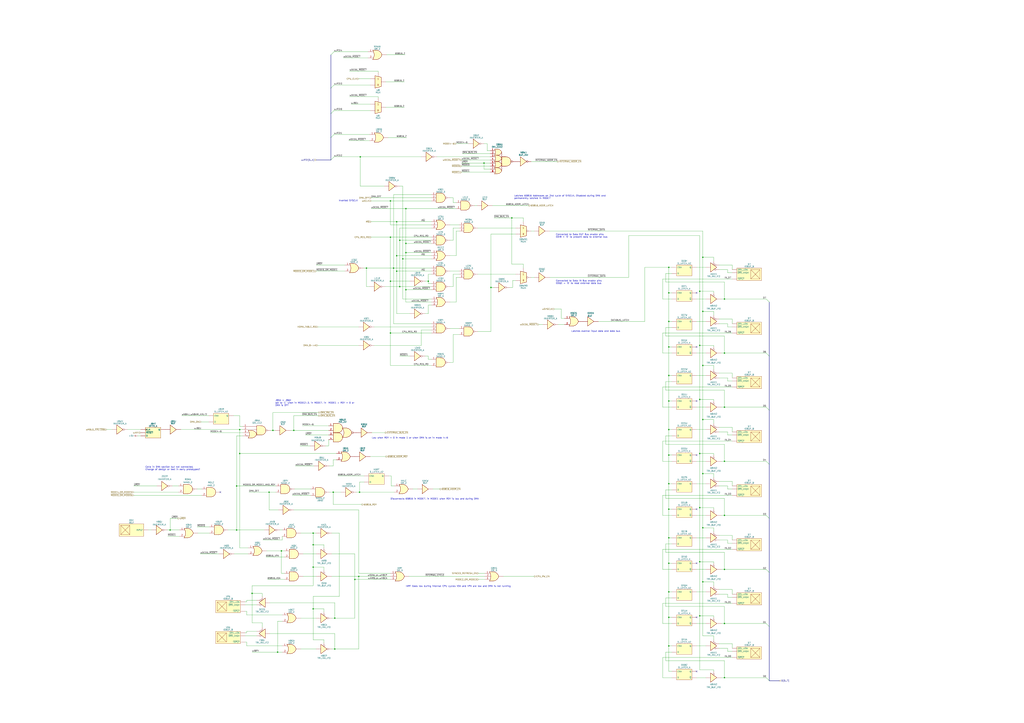
<source format=kicad_sch>
(kicad_sch (version 20230121) (generator eeschema)
  (paper "A1")
  (title_block (title "SNES S-CPU Schematics ") (date "2023-10-21") (rev "0.1") (company "Author: Regis Galland"))
  (junction (at 549.275 418.465))
  (junction (at 294.64 473.71))
  (junction (at 420.37 179.07))
  (junction (at 320.675 194.945))
  (junction (at 594.995 334.645))
  (junction (at 333.375 200.025))
  (junction (at 549.275 285.115))
  (junction (at 333.375 207.645))
  (junction (at 574.675 239.395))
  (junction (at 594.995 556.895))
  (junction (at 549.275 329.565))
  (junction (at 577.215 255.905))
  (junction (at 257.175 438.15))
  (junction (at 574.675 461.645))
  (junction (at 403.225 236.22))
  (junction (at 194.31 435.61))
  (junction (at 295.91 128.905))
  (junction (at 549.275 507.365))
  (junction (at 330.835 212.725))
  (junction (at 291.465 476.25))
  (junction (at 577.215 389.255))
  (junction (at 257.175 447.675))
  (junction (at 139.7 435.61))
  (junction (at 549.275 240.665))
  (junction (at 577.215 344.805))
  (junction (at 300.99 220.345))
  (junction (at 325.755 222.885))
  (junction (at 320.675 273.685))
  (junction (at 574.675 372.745))
  (junction (at 207.01 487.68))
  (junction (at 325.755 182.245))
  (junction (at 224.155 353.695))
  (junction (at 549.275 308.61))
  (junction (at 328.295 235.585))
  (junction (at 594.995 512.445))
  (junction (at 320.675 165.1))
  (junction (at 257.175 500.38))
  (junction (at 333.375 238.125))
  (junction (at 594.995 467.995))
  (junction (at 594.995 245.745))
  (junction (at 594.995 423.545))
  (junction (at 549.275 374.015))
  (junction (at 196.85 353.06))
  (junction (at 257.175 466.09))
  (junction (at 274.955 508))
  (junction (at 325.755 210.185))
  (junction (at 574.675 506.095))
  (junction (at 274.955 533.4))
  (junction (at 549.275 264.16))
  (junction (at 328.295 197.485))
  (junction (at 295.275 404.495))
  (junction (at 594.995 379.095))
  (junction (at 549.275 462.915))
  (junction (at 549.275 219.71))
  (junction (at 549.275 486.41))
  (junction (at 323.215 220.345))
  (junction (at 241.3 353.695))
  (junction (at 577.215 433.705))
  (junction (at 574.675 328.295))
  (junction (at 194.31 399.415))
  (junction (at 574.675 417.195))
  (junction (at 549.275 353.06))
  (junction (at 273.685 404.495))
  (junction (at 220.98 404.495))
  (junction (at 333.375 171.45))
  (junction (at 577.215 300.355))
  (junction (at 231.14 452.755))
  (junction (at 227.965 535.94))
  (junction (at 549.275 441.96))
  (junction (at 577.215 211.455))
  (junction (at 397.51 133.985))
  (junction (at 577.215 478.155))
  (junction (at 320.675 231.14))
  (junction (at 351.79 231.14))
  (junction (at 574.675 283.845))
  (junction (at 549.275 397.51))
  (junction (at 196.85 372.745))
  (junction (at 549.275 530.86))
  (junction (at 594.995 290.195))
  (no_connect (at 572.135 374.015))
  (no_connect (at 572.135 329.565))
  (no_connect (at 180.975 404.495))
  (no_connect (at 572.135 418.465))
  (no_connect (at 572.135 507.365))
  (no_connect (at 572.135 462.915))
  (no_connect (at 572.135 551.815))
  (no_connect (at 572.135 240.665))
  (no_connect (at 572.135 285.115))
  (bus_entry (at 274.32 69.85) (size -2.54 2.54))
  (bus_entry (at 629.285 423.545) (size 2.54 2.54))
  (bus_entry (at 274.32 42.545) (size -2.54 2.54))
  (bus_entry (at 629.285 467.995) (size 2.54 2.54))
  (bus_entry (at 274.32 110.49) (size -2.54 2.54))
  (bus_entry (at 629.285 556.895) (size 2.54 2.54))
  (bus_entry (at 274.32 128.905) (size -2.54 2.54))
  (bus_entry (at 629.285 379.095) (size 2.54 2.54))
  (bus_entry (at 629.285 290.195) (size 2.54 2.54))
  (bus_entry (at 629.285 512.445) (size 2.54 2.54))
  (bus_entry (at 274.32 90.805) (size -2.54 2.54))
  (bus_entry (at 629.285 334.645) (size 2.54 2.54))
  (bus_entry (at 629.285 245.745) (size 2.54 2.54))
  (wire (pts (xy 549.275 418.465) (xy 549.275 441.96)))
  (wire (pts (xy 577.215 300.355) (xy 586.105 300.355)))
  (wire (pts (xy 546.735 224.79) (xy 551.815 224.79)))
  (wire (pts (xy 267.335 366.395) (xy 269.875 366.395)))
  (wire (pts (xy 549.275 507.365) (xy 549.275 530.86)))
  (wire (pts (xy 594.995 365.125) (xy 594.995 379.095)))
  (wire (pts (xy 594.995 454.025) (xy 594.995 467.995)))
  (wire (pts (xy 403.225 192.405) (xy 403.225 236.22)))
  (wire (pts (xy 346.075 271.145) (xy 354.33 271.145)))
  (wire (pts (xy 549.275 486.41) (xy 549.275 507.365)))
  (wire (pts (xy 601.345 306.705) (xy 601.345 310.515)))
  (wire (pts (xy 304.8 171.45) (xy 333.375 171.45)))
  (wire (pts (xy 179.705 455.295) (xy 164.465 455.295)))
  (wire (pts (xy 257.175 447.675) (xy 266.065 447.675)))
  (wire (pts (xy 328.295 197.485) (xy 354.33 197.485)))
  (wire (pts (xy 549.275 264.16) (xy 551.815 264.16)))
  (wire (pts (xy 274.32 42.545) (xy 302.26 42.545)))
  (wire (pts (xy 597.535 357.505) (xy 601.345 357.505)))
  (wire (pts (xy 162.56 438.15) (xy 172.085 438.15)))
  (wire (pts (xy 592.455 334.645) (xy 594.995 334.645)))
  (wire (pts (xy 546.735 402.59) (xy 546.735 409.575)))
  (wire (pts (xy 207.01 481.33) (xy 207.01 487.68)))
  (wire (pts (xy 577.215 433.705) (xy 577.215 478.155)))
  (wire (pts (xy 398.145 471.17) (xy 393.065 471.17)))
  (wire (pts (xy 187.325 435.61) (xy 194.31 435.61)))
  (wire (pts (xy 594.995 423.545) (xy 629.285 423.545)))
  (wire (pts (xy 586.105 550.545) (xy 586.105 551.815)))
  (wire (pts (xy 574.675 328.295) (xy 574.675 372.745)))
  (wire (pts (xy 405.765 236.22) (xy 403.225 236.22)))
  (wire (pts (xy 278.765 438.15) (xy 278.765 490.22)))
  (wire (pts (xy 586.105 328.295) (xy 586.105 329.565)))
  (wire (pts (xy 202.565 527.685) (xy 201.295 527.685)))
  (wire (pts (xy 594.995 231.775) (xy 594.995 245.745)))
  (wire (pts (xy 572.135 530.86) (xy 579.755 530.86)))
  (wire (pts (xy 272.415 533.4) (xy 274.955 533.4)))
  (wire (pts (xy 328.295 292.735) (xy 336.55 292.735)))
  (wire (pts (xy 379.095 133.985) (xy 397.51 133.985)))
  (wire (pts (xy 597.535 221.615) (xy 597.535 224.155)))
  (wire (pts (xy 586.105 506.095) (xy 586.105 507.365)))
  (wire (pts (xy 372.11 225.425) (xy 372.11 235.585)))
  (wire (pts (xy 349.25 292.735) (xy 351.79 292.735)))
  (wire (pts (xy 577.215 255.905) (xy 577.215 300.355)))
  (wire (pts (xy 601.345 407.035) (xy 544.195 407.035)))
  (wire (pts (xy 572.135 308.61) (xy 579.755 308.61)))
  (wire (pts (xy 295.275 404.495) (xy 323.85 404.495)))
  (wire (pts (xy 597.535 443.865) (xy 597.535 446.405)))
  (wire (pts (xy 574.675 506.095) (xy 586.105 506.095)))
  (wire (pts (xy 349.25 257.81) (xy 351.79 257.81)))
  (wire (pts (xy 592.455 290.195) (xy 594.995 290.195)))
  (wire (pts (xy 544.195 451.485) (xy 544.195 467.995)))
  (wire (pts (xy 429.895 220.345) (xy 429.895 217.17)))
  (wire (pts (xy 586.105 417.195) (xy 586.105 418.465)))
  (wire (pts (xy 586.105 478.155) (xy 586.105 481.33)))
  (wire (pts (xy 372.11 187.325) (xy 372.11 197.485)))
  (wire (pts (xy 286.385 115.57) (xy 303.53 115.57)))
  (wire (pts (xy 202.565 520.065) (xy 202.565 518.795)))
  (wire (pts (xy 139.7 426.085) (xy 139.7 435.61)))
  (wire (pts (xy 330.835 212.725) (xy 354.33 212.725)))
  (wire (pts (xy 572.135 441.96) (xy 579.755 441.96)))
  (wire (pts (xy 196.85 353.06) (xy 199.39 353.06)))
  (wire (pts (xy 544.195 334.645) (xy 551.815 334.645)))
  (wire (pts (xy 320.675 231.14) (xy 320.675 273.685)))
  (wire (pts (xy 274.955 495.3) (xy 221.615 495.3)))
  (wire (pts (xy 574.675 328.295) (xy 586.105 328.295)))
  (wire (pts (xy 202.565 518.795) (xy 210.82 518.795)))
  (wire (pts (xy 372.11 235.585) (xy 369.57 235.585)))
  (wire (pts (xy 393.065 476.25) (xy 398.145 476.25)))
  (bus (pts (xy 631.825 514.985) (xy 631.825 559.435)))
  (wire (pts (xy 321.31 391.16) (xy 321.31 399.415)))
  (wire (pts (xy 402.59 139.065) (xy 397.51 139.065)))
  (wire (pts (xy 300.99 220.345) (xy 298.45 220.345)))
  (wire (pts (xy 544.195 379.095) (xy 551.815 379.095)))
  (wire (pts (xy 586.105 211.455) (xy 586.105 214.63)))
  (wire (pts (xy 549.275 397.51) (xy 551.815 397.51)))
  (wire (pts (xy 594.995 512.445) (xy 629.285 512.445)))
  (wire (pts (xy 601.345 351.155) (xy 601.345 354.965)))
  (wire (pts (xy 291.465 476.25) (xy 291.465 508)))
  (wire (pts (xy 601.345 440.055) (xy 601.345 443.865)))
  (wire (pts (xy 549.275 240.665) (xy 549.275 264.16)))
  (wire (pts (xy 546.735 320.675) (xy 594.995 320.675)))
  (wire (pts (xy 294.64 419.1) (xy 294.64 471.17)))
  (wire (pts (xy 224.155 339.09) (xy 261.62 339.09)))
  (wire (pts (xy 320.675 273.685) (xy 320.675 300.355)))
  (wire (pts (xy 597.535 488.315) (xy 597.535 490.855)))
  (wire (pts (xy 333.375 171.45) (xy 374.65 171.45)))
  (wire (pts (xy 574.675 550.545) (xy 586.105 550.545)))
  (wire (pts (xy 274.32 69.85) (xy 304.165 69.85)))
  (wire (pts (xy 325.755 257.81) (xy 325.755 222.885)))
  (wire (pts (xy 601.345 362.585) (xy 544.195 362.585)))
  (bus (pts (xy 631.825 292.735) (xy 631.825 337.185)))
  (wire (pts (xy 194.31 358.14) (xy 199.39 358.14)))
  (wire (pts (xy 421.005 230.505) (xy 423.545 230.505)))
  (wire (pts (xy 574.675 283.845) (xy 586.105 283.845)))
  (wire (pts (xy 551.815 418.465) (xy 549.275 418.465)))
  (wire (pts (xy 546.735 498.475) (xy 594.995 498.475)))
  (wire (pts (xy 546.735 231.775) (xy 594.995 231.775)))
  (wire (pts (xy 597.535 401.955) (xy 601.345 401.955)))
  (wire (pts (xy 577.215 211.455) (xy 586.105 211.455)))
  (wire (pts (xy 597.535 532.765) (xy 590.55 532.765)))
  (wire (pts (xy 231.14 471.17) (xy 231.14 452.755)))
  (wire (pts (xy 358.775 128.905) (xy 402.59 128.905)))
  (wire (pts (xy 207.01 511.81) (xy 215.265 511.81)))
  (wire (pts (xy 354.33 266.065) (xy 323.215 266.065)))
  (wire (pts (xy 274.955 533.4) (xy 294.64 533.4)))
  (wire (pts (xy 215.265 515.62) (xy 215.265 511.81)))
  (wire (pts (xy 451.485 189.865) (xy 577.215 189.865)))
  (wire (pts (xy 272.415 438.15) (xy 278.765 438.15)))
  (wire (pts (xy 577.215 300.355) (xy 577.215 344.805)))
  (wire (pts (xy 551.815 462.915) (xy 549.275 462.915)))
  (wire (pts (xy 420.37 217.17) (xy 429.895 217.17)))
  (wire (pts (xy 529.59 264.16) (xy 529.59 219.71)))
  (wire (pts (xy 304.165 375.285) (xy 316.865 375.285)))
  (wire (pts (xy 374.65 189.865) (xy 377.19 189.865)))
  (wire (pts (xy 161.925 433.07) (xy 172.085 433.07)))
  (wire (pts (xy 257.175 438.15) (xy 257.175 447.675)))
  (wire (pts (xy 257.175 466.09) (xy 257.175 481.33)))
  (wire (pts (xy 113.03 358.14) (xy 115.57 358.14)))
  (wire (pts (xy 544.195 245.745) (xy 551.815 245.745)))
  (wire (pts (xy 549.275 441.96) (xy 551.815 441.96)))
  (wire (pts (xy 590.55 440.055) (xy 601.345 440.055)))
  (wire (pts (xy 351.79 233.045) (xy 354.33 233.045)))
  (wire (pts (xy 594.995 542.925) (xy 594.995 556.895)))
  (wire (pts (xy 590.55 484.505) (xy 601.345 484.505)))
  (wire (pts (xy 592.455 556.895) (xy 594.995 556.895)))
  (wire (pts (xy 597.535 532.765) (xy 597.535 535.305)))
  (wire (pts (xy 544.195 273.685) (xy 544.195 290.195)))
  (wire (pts (xy 551.815 285.115) (xy 549.275 285.115)))
  (wire (pts (xy 325.755 210.185) (xy 325.755 182.245)))
  (wire (pts (xy 597.535 399.415) (xy 590.55 399.415)))
  (wire (pts (xy 202.565 505.46) (xy 231.775 505.46)))
  (wire (pts (xy 372.11 162.56) (xy 372.11 166.37)))
  (wire (pts (xy 274.955 508) (xy 291.465 508)))
  (wire (pts (xy 330.835 212.725) (xy 330.835 153.035)))
  (wire (pts (xy 590.55 528.955) (xy 601.345 528.955)))
  (wire (pts (xy 574.675 417.195) (xy 574.675 461.645)))
  (wire (pts (xy 220.98 404.495) (xy 220.98 419.1)))
  (wire (pts (xy 219.71 476.25) (xy 233.68 476.25)))
  (wire (pts (xy 137.795 440.69) (xy 147.32 440.69)))
  (wire (pts (xy 574.675 506.095) (xy 574.675 550.545)))
  (wire (pts (xy 574.675 283.845) (xy 574.675 328.295)))
  (wire (pts (xy 219.075 452.755) (xy 231.14 452.755)))
  (wire (pts (xy 597.535 313.055) (xy 601.345 313.055)))
  (wire (pts (xy 597.535 310.515) (xy 590.55 310.515)))
  (wire (pts (xy 369.57 184.785) (xy 377.19 184.785)))
  (wire (pts (xy 272.415 473.71) (xy 294.64 473.71)))
  (wire (pts (xy 260.985 283.845) (xy 294.64 283.845)))
  (wire (pts (xy 572.135 353.06) (xy 579.755 353.06)))
  (wire (pts (xy 574.675 239.395) (xy 574.675 283.845)))
  (wire (pts (xy 201.295 520.065) (xy 202.565 520.065)))
  (wire (pts (xy 292.735 404.495) (xy 295.275 404.495)))
  (wire (pts (xy 551.815 507.365) (xy 549.275 507.365)))
  (wire (pts (xy 374.65 227.965) (xy 374.65 248.285)))
  (wire (pts (xy 601.345 451.485) (xy 544.195 451.485)))
  (bus (pts (xy 631.825 248.285) (xy 631.825 292.735)))
  (wire (pts (xy 451.485 227.965) (xy 516.255 227.965)))
  (wire (pts (xy 231.775 510.54) (xy 227.965 510.54)))
  (wire (pts (xy 572.135 512.445) (xy 579.755 512.445)))
  (wire (pts (xy 229.87 435.61) (xy 231.775 435.61)))
  (wire (pts (xy 601.345 395.605) (xy 601.345 399.415)))
  (wire (pts (xy 333.375 238.125) (xy 354.33 238.125)))
  (wire (pts (xy 333.375 200.025) (xy 333.375 207.645)))
  (wire (pts (xy 420.37 179.07) (xy 429.895 179.07)))
  (wire (pts (xy 148.59 353.06) (xy 196.85 353.06)))
  (wire (pts (xy 299.085 396.24) (xy 295.275 396.24)))
  (wire (pts (xy 597.535 446.405) (xy 601.345 446.405)))
  (wire (pts (xy 287.02 58.42) (xy 310.515 58.42)))
  (wire (pts (xy 196.85 372.745) (xy 196.85 450.215)))
  (wire (pts (xy 592.455 423.545) (xy 594.995 423.545)))
  (wire (pts (xy 549.275 530.86) (xy 551.815 530.86)))
  (wire (pts (xy 248.92 473.71) (xy 259.715 473.71)))
  (wire (pts (xy 601.345 229.235) (xy 544.195 229.235)))
  (wire (pts (xy 325.755 182.245) (xy 354.33 182.245)))
  (wire (pts (xy 241.3 341.63) (xy 241.3 353.695)))
  (wire (pts (xy 544.195 512.445) (xy 551.815 512.445)))
  (wire (pts (xy 330.835 245.745) (xy 354.33 245.745)))
  (wire (pts (xy 544.195 290.195) (xy 551.815 290.195)))
  (wire (pts (xy 544.195 540.385) (xy 544.195 556.895)))
  (wire (pts (xy 194.31 399.415) (xy 226.695 399.415)))
  (wire (pts (xy 572.135 397.51) (xy 579.755 397.51)))
  (wire (pts (xy 121.92 435.61) (xy 124.46 435.61)))
  (bus (pts (xy 631.825 381.635) (xy 631.825 426.085)))
  (wire (pts (xy 586.105 389.255) (xy 586.105 392.43)))
  (wire (pts (xy 257.175 500.38) (xy 257.175 525.78)))
  (wire (pts (xy 372.11 166.37) (xy 374.65 166.37)))
  (wire (pts (xy 369.57 162.56) (xy 372.11 162.56)))
  (wire (pts (xy 597.535 268.605) (xy 601.345 268.605)))
  (bus (pts (xy 631.825 559.435) (xy 640.08 559.435)))
  (wire (pts (xy 577.215 478.155) (xy 586.105 478.155)))
  (wire (pts (xy 379.095 131.445) (xy 402.59 131.445)))
  (wire (pts (xy 109.855 399.415) (xy 128.905 399.415)))
  (wire (pts (xy 574.675 239.395) (xy 586.105 239.395)))
  (wire (pts (xy 601.345 495.935) (xy 544.195 495.935)))
  (wire (pts (xy 307.34 268.605) (xy 354.33 268.605)))
  (wire (pts (xy 577.215 389.255) (xy 577.215 433.705)))
  (wire (pts (xy 551.815 551.815) (xy 549.275 551.815)))
  (wire (pts (xy 549.275 353.06) (xy 549.275 374.015)))
  (wire (pts (xy 551.815 329.565) (xy 549.275 329.565)))
  (wire (pts (xy 207.01 511.81) (xy 207.01 487.68)))
  (wire (pts (xy 544.195 467.995) (xy 551.815 467.995)))
  (wire (pts (xy 333.375 238.125) (xy 333.375 207.645)))
  (wire (pts (xy 194.31 399.415) (xy 194.31 435.61)))
  (wire (pts (xy 594.995 379.095) (xy 629.285 379.095)))
  (wire (pts (xy 546.735 535.94) (xy 546.735 542.925)))
  (wire (pts (xy 274.955 520.7) (xy 274.955 533.4)))
  (wire (pts (xy 572.135 423.545) (xy 579.755 423.545)))
  (wire (pts (xy 546.735 542.925) (xy 594.995 542.925)))
  (bus (pts (xy 271.78 93.345) (xy 271.78 113.03)))
  (wire (pts (xy 194.31 435.61) (xy 217.17 435.61)))
  (wire (pts (xy 247.015 508) (xy 259.715 508)))
  (wire (pts (xy 201.295 497.205) (xy 210.82 497.205)))
  (wire (pts (xy 577.215 189.865) (xy 577.215 211.455)))
  (wire (pts (xy 397.51 118.11) (xy 400.05 118.11)))
  (wire (pts (xy 577.215 522.605) (xy 586.105 522.605)))
  (wire (pts (xy 549.275 530.86) (xy 549.275 551.815)))
  (wire (pts (xy 586.105 255.905) (xy 586.105 259.08)))
  (wire (pts (xy 274.32 128.905) (xy 295.91 128.905)))
  (wire (pts (xy 323.215 160.02) (xy 354.33 160.02)))
  (wire (pts (xy 577.215 211.455) (xy 577.215 255.905)))
  (wire (pts (xy 333.375 248.285) (xy 354.33 248.285)))
  (wire (pts (xy 192.405 455.295) (xy 203.835 455.295)))
  (wire (pts (xy 597.535 266.065) (xy 597.535 268.605)))
  (wire (pts (xy 586.105 283.845) (xy 586.105 285.115)))
  (wire (pts (xy 529.59 219.71) (xy 549.275 219.71)))
  (wire (pts (xy 594.995 467.995) (xy 629.285 467.995)))
  (wire (pts (xy 196.85 450.215) (xy 203.835 450.215)))
  (wire (pts (xy 400.05 123.825) (xy 402.59 123.825)))
  (wire (pts (xy 597.535 354.965) (xy 597.535 357.505)))
  (wire (pts (xy 455.295 254) (xy 461.01 254)))
  (wire (pts (xy 273.685 382.905) (xy 270.51 382.905)))
  (wire (pts (xy 377.19 274.955) (xy 372.11 274.955)))
  (wire (pts (xy 546.735 491.49) (xy 546.735 498.475)))
  (wire (pts (xy 546.735 358.14) (xy 546.735 365.125)))
  (wire (pts (xy 592.455 512.445) (xy 594.995 512.445)))
  (wire (pts (xy 201.295 522.605) (xy 210.82 522.605)))
  (wire (pts (xy 339.09 401.955) (xy 342.9 401.955)))
  (wire (pts (xy 351.79 257.81) (xy 351.79 250.825)))
  (wire (pts (xy 109.855 407.035) (xy 165.735 407.035)))
  (wire (pts (xy 294.64 64.77) (xy 304.165 64.77)))
  (wire (pts (xy 413.385 473.71) (xy 438.785 473.71)))
  (wire (pts (xy 546.735 409.575) (xy 594.995 409.575)))
  (wire (pts (xy 403.225 236.22) (xy 403.225 272.415)))
  (wire (pts (xy 202.565 502.285) (xy 202.565 505.46)))
  (wire (pts (xy 328.295 153.035) (xy 330.835 153.035)))
  (wire (pts (xy 333.375 171.45) (xy 333.375 200.025)))
  (wire (pts (xy 328.295 187.325) (xy 328.295 197.485)))
  (wire (pts (xy 355.6 401.955) (xy 361.315 401.955)))
  (wire (pts (xy 546.735 276.225) (xy 594.995 276.225)))
  (wire (pts (xy 351.79 225.425) (xy 351.79 231.14)))
  (wire (pts (xy 231.14 452.755) (xy 233.68 452.755)))
  (wire (pts (xy 574.675 461.645) (xy 574.675 506.095)))
  (bus (pts (xy 271.78 72.39) (xy 271.78 93.345)))
  (wire (pts (xy 207.01 535.94) (xy 227.965 535.94)))
  (wire (pts (xy 574.675 372.745) (xy 574.675 417.195)))
  (wire (pts (xy 295.91 128.905) (xy 346.075 128.905)))
  (wire (pts (xy 544.195 423.545) (xy 551.815 423.545)))
  (wire (pts (xy 325.755 210.185) (xy 325.755 222.885)))
  (wire (pts (xy 257.175 525.78) (xy 266.065 525.78)))
  (wire (pts (xy 592.455 245.745) (xy 594.995 245.745)))
  (wire (pts (xy 594.995 409.575) (xy 594.995 423.545)))
  (wire (pts (xy 544.195 318.135) (xy 544.195 334.645)))
  (wire (pts (xy 574.675 461.645) (xy 586.105 461.645)))
  (wire (pts (xy 295.91 128.905) (xy 295.91 153.035)))
  (bus (pts (xy 271.78 113.03) (xy 271.78 131.445)))
  (wire (pts (xy 273.685 377.825) (xy 276.225 377.825)))
  (wire (pts (xy 458.47 266.7) (xy 463.55 266.7)))
  (wire (pts (xy 404.495 168.91) (xy 434.34 168.91)))
  (wire (pts (xy 319.405 391.16) (xy 321.31 391.16)))
  (wire (pts (xy 549.275 353.06) (xy 551.815 353.06)))
  (wire (pts (xy 333.375 200.025) (xy 354.33 200.025)))
  (wire (pts (xy 577.215 344.805) (xy 586.105 344.805)))
  (wire (pts (xy 266.065 447.675) (xy 266.065 450.215)))
  (wire (pts (xy 215.9 443.865) (xy 231.775 443.865)))
  (wire (pts (xy 240.03 407.035) (xy 255.27 407.035)))
  (wire (pts (xy 330.835 212.725) (xy 330.835 245.745)))
  (wire (pts (xy 594.995 320.675) (xy 594.995 334.645)))
  (wire (pts (xy 374.65 118.11) (xy 384.81 118.11)))
  (wire (pts (xy 549.275 308.61) (xy 549.275 329.565)))
  (wire (pts (xy 320.675 194.945) (xy 354.33 194.945)))
  (wire (pts (xy 201.295 502.285) (xy 202.565 502.285)))
  (wire (pts (xy 369.57 222.885) (xy 377.19 222.885)))
  (wire (pts (xy 572.135 334.645) (xy 579.755 334.645)))
  (wire (pts (xy 592.455 467.995) (xy 594.995 467.995)))
  (wire (pts (xy 300.99 235.585) (xy 300.99 220.345)))
  (wire (pts (xy 577.215 478.155) (xy 577.215 522.605)))
  (wire (pts (xy 351.79 250.825) (xy 354.33 250.825)))
  (wire (pts (xy 259.715 438.15) (xy 257.175 438.15)))
  (wire (pts (xy 586.105 344.805) (xy 586.105 347.98)))
  (wire (pts (xy 420.37 179.07) (xy 420.37 217.17)))
  (wire (pts (xy 233.68 471.17) (xy 231.14 471.17)))
  (wire (pts (xy 351.79 231.14) (xy 351.79 233.045)))
  (wire (pts (xy 273.685 404.495) (xy 280.035 404.495)))
  (wire (pts (xy 315.595 153.035) (xy 295.91 153.035)))
  (wire (pts (xy 544.195 556.895) (xy 551.815 556.895)))
  (wire (pts (xy 247.015 533.4) (xy 259.715 533.4)))
  (wire (pts (xy 141.605 399.415) (xy 146.685 399.415)))
  (wire (pts (xy 374.65 210.185) (xy 374.65 189.865)))
  (wire (pts (xy 572.135 556.895) (xy 579.755 556.895)))
  (wire (pts (xy 291.465 476.25) (xy 320.675 476.25)))
  (wire (pts (xy 227.965 535.94) (xy 231.775 535.94)))
  (wire (pts (xy 372.11 274.955) (xy 372.11 297.815)))
  (wire (pts (xy 516.255 193.675) (xy 574.675 193.675)))
  (wire (pts (xy 207.01 481.33) (xy 257.175 481.33)))
  (wire (pts (xy 577.215 433.705) (xy 586.105 433.705)))
  (wire (pts (xy 369.57 269.875) (xy 377.19 269.875)))
  (wire (pts (xy 372.11 297.815) (xy 369.57 297.815)))
  (wire (pts (xy 316.23 235.585) (xy 328.295 235.585)))
  (wire (pts (xy 278.765 490.22) (xy 257.175 490.22)))
  (wire (pts (xy 597.535 488.315) (xy 590.55 488.315)))
  (wire (pts (xy 294.64 473.71) (xy 320.675 473.71)))
  (wire (pts (xy 601.345 262.255) (xy 601.345 266.065)))
  (wire (pts (xy 320.675 184.785) (xy 354.33 184.785)))
  (wire (pts (xy 241.935 401.955) (xy 255.27 401.955)))
  (wire (pts (xy 544.195 495.935) (xy 544.195 512.445)))
  (wire (pts (xy 196.85 372.745) (xy 276.225 372.745)))
  (wire (pts (xy 590.55 306.705) (xy 601.345 306.705)))
  (wire (pts (xy 218.44 457.835) (xy 233.68 457.835)))
  (wire (pts (xy 323.85 399.415) (xy 321.31 399.415)))
  (wire (pts (xy 199.39 350.52) (xy 196.85 350.52)))
  (wire (pts (xy 354.33 235.585) (xy 328.295 235.585)))
  (wire (pts (xy 202.565 494.665) (xy 202.565 493.395)))
  (wire (pts (xy 516.255 193.675) (xy 516.255 227.965)))
  (wire (pts (xy 461.01 261.62) (xy 463.55 261.62)))
  (wire (pts (xy 318.77 113.03) (xy 334.01 113.03)))
  (wire (pts (xy 333.375 207.645) (xy 354.33 207.645)))
  (bus (pts (xy 631.825 470.535) (xy 631.825 514.985)))
  (wire (pts (xy 546.735 402.59) (xy 551.815 402.59)))
  (wire (pts (xy 597.535 310.515) (xy 597.535 313.055)))
  (wire (pts (xy 597.535 266.065) (xy 590.55 266.065)))
  (wire (pts (xy 295.275 396.24) (xy 295.275 404.495)))
  (wire (pts (xy 266.065 468.63) (xy 266.065 466.09)))
  (wire (pts (xy 333.375 248.285) (xy 333.375 238.125)))
  (wire (pts (xy 137.16 435.61) (xy 139.7 435.61)))
  (wire (pts (xy 238.76 353.695) (xy 241.3 353.695)))
  (wire (pts (xy 594.995 556.895) (xy 629.285 556.895)))
  (wire (pts (xy 590.55 351.155) (xy 601.345 351.155)))
  (wire (pts (xy 304.8 165.1) (xy 320.675 165.1)))
  (wire (pts (xy 273.685 404.495) (xy 270.51 404.495)))
  (wire (pts (xy 572.135 245.745) (xy 579.755 245.745)))
  (wire (pts (xy 549.275 219.71) (xy 551.815 219.71)))
  (wire (pts (xy 544.195 229.235) (xy 544.195 245.745)))
  (wire (pts (xy 597.535 399.415) (xy 597.535 401.955)))
  (wire (pts (xy 254.635 366.395) (xy 246.38 366.395)))
  (wire (pts (xy 546.735 313.69) (xy 546.735 320.675)))
  (wire (pts (xy 572.135 486.41) (xy 579.755 486.41)))
  (wire (pts (xy 202.565 530.86) (xy 202.565 527.685)))
  (wire (pts (xy 379.095 141.605) (xy 402.59 141.605)))
  (wire (pts (xy 372.11 197.485) (xy 369.57 197.485)))
  (wire (pts (xy 377.19 225.425) (xy 372.11 225.425)))
  (wire (pts (xy 549.275 486.41) (xy 551.815 486.41)))
  (wire (pts (xy 317.5 45.085) (xy 332.74 45.085)))
  (wire (pts (xy 354.33 222.885) (xy 325.755 222.885)))
  (wire (pts (xy 257.175 490.22) (xy 257.175 500.38)))
  (wire (pts (xy 328.295 187.325) (xy 354.33 187.325)))
  (wire (pts (xy 549.275 308.61) (xy 551.815 308.61)))
  (wire (pts (xy 549.275 374.015) (xy 549.275 397.51)))
  (wire (pts (xy 572.135 467.995) (xy 579.755 467.995)))
  (wire (pts (xy 546.735 224.79) (xy 546.735 231.775)))
  (wire (pts (xy 418.465 236.22) (xy 421.005 236.22)))
  (wire (pts (xy 549.275 329.565) (xy 549.275 353.06)))
  (wire (pts (xy 572.135 290.195) (xy 579.755 290.195)))
  (wire (pts (xy 551.815 240.665) (xy 549.275 240.665)))
  (wire (pts (xy 215.265 490.22) (xy 215.265 487.68)))
  (wire (pts (xy 294.64 471.17) (xy 320.675 471.17)))
  (wire (pts (xy 288.29 85.725) (xy 304.165 85.725)))
  (wire (pts (xy 403.225 192.405) (xy 423.545 192.405)))
  (bus (pts (xy 631.825 337.185) (xy 631.825 381.635)))
  (wire (pts (xy 594.995 334.645) (xy 629.285 334.645)))
  (wire (pts (xy 577.215 389.255) (xy 586.105 389.255)))
  (wire (pts (xy 204.47 404.495) (xy 220.98 404.495)))
  (wire (pts (xy 572.135 219.71) (xy 579.755 219.71)))
  (wire (pts (xy 241.3 341.63) (xy 261.62 341.63)))
  (wire (pts (xy 594.995 276.225) (xy 594.995 290.195)))
  (wire (pts (xy 491.49 264.16) (xy 529.59 264.16)))
  (wire (pts (xy 325.755 210.185) (xy 354.33 210.185)))
  (wire (pts (xy 281.94 47.625) (xy 302.26 47.625)))
  (wire (pts (xy 546.735 491.49) (xy 551.815 491.49)))
  (wire (pts (xy 461.01 261.62) (xy 461.01 254)))
  (wire (pts (xy 351.79 295.275) (xy 354.33 295.275)))
  (wire (pts (xy 549.275 462.915) (xy 549.275 486.41)))
  (wire (pts (xy 436.245 132.715) (xy 457.835 132.715)))
  (wire (pts (xy 260.985 268.605) (xy 294.64 268.605)))
  (wire (pts (xy 227.965 510.54) (xy 227.965 535.94)))
  (wire (pts (xy 316.23 355.6) (xy 305.435 355.6)))
  (wire (pts (xy 269.875 366.395) (xy 269.875 361.315)))
  (wire (pts (xy 328.295 197.485) (xy 328.295 235.585)))
  (wire (pts (xy 304.8 194.945) (xy 320.675 194.945)))
  (wire (pts (xy 323.215 220.345) (xy 323.215 266.065)))
  (wire (pts (xy 379.095 136.525) (xy 402.59 136.525)))
  (wire (pts (xy 199.39 355.6) (xy 172.72 355.6)))
  (wire (pts (xy 207.01 487.68) (xy 215.265 487.68)))
  (wire (pts (xy 323.215 220.345) (xy 300.99 220.345)))
  (wire (pts (xy 351.79 292.735) (xy 351.79 295.275)))
  (wire (pts (xy 247.015 438.15) (xy 257.175 438.15)))
  (wire (pts (xy 586.105 239.395) (xy 586.105 240.665)))
  (wire (pts (xy 310.515 58.42) (xy 310.515 59.69)))
  (wire (pts (xy 320.675 231.14) (xy 336.55 231.14)))
  (wire (pts (xy 250.825 357.505) (xy 269.875 357.505)))
  (wire (pts (xy 572.135 379.095) (xy 579.755 379.095)))
  (wire (pts (xy 224.155 353.695) (xy 222.25 353.695)))
  (wire (pts (xy 259.715 217.805) (xy 283.21 217.805)))
  (wire (pts (xy 224.155 339.09) (xy 224.155 353.695)))
  (wire (pts (xy 377.19 187.325) (xy 372.11 187.325)))
  (wire (pts (xy 165.1 346.71) (xy 171.45 346.71)))
  (wire (pts (xy 351.79 225.425) (xy 354.33 225.425)))
  (wire (pts (xy 601.345 318.135) (xy 544.195 318.135)))
  (wire (pts (xy 572.135 264.16) (xy 579.755 264.16)))
  (wire (pts (xy 374.65 248.285) (xy 369.57 248.285)))
  (wire (pts (xy 590.55 395.605) (xy 601.345 395.605)))
  (wire (pts (xy 601.345 484.505) (xy 601.345 488.315)))
  (wire (pts (xy 549.275 285.115) (xy 549.275 308.61)))
  (wire (pts (xy 574.675 417.195) (xy 586.105 417.195)))
  (wire (pts (xy 273.685 382.905) (xy 273.685 377.825)))
  (wire (pts (xy 594.995 498.475) (xy 594.995 512.445)))
  (wire (pts (xy 104.775 353.06) (xy 115.57 353.06)))
  (wire (pts (xy 546.735 358.14) (xy 551.815 358.14)))
  (wire (pts (xy 544.195 362.585) (xy 544.195 379.095)))
  (wire (pts (xy 92.075 353.06) (xy 87.63 353.06)))
  (wire (pts (xy 196.85 353.06) (xy 196.85 372.745)))
  (wire (pts (xy 546.735 447.04) (xy 551.815 447.04)))
  (wire (pts (xy 325.755 257.81) (xy 336.55 257.81)))
  (wire (pts (xy 392.43 187.325) (xy 423.545 187.325)))
  (wire (pts (xy 273.685 414.655) (xy 273.685 404.495)))
  (wire (pts (xy 597.535 443.865) (xy 590.55 443.865)))
  (wire (pts (xy 257.175 500.38) (xy 266.065 500.38)))
  (wire (pts (xy 442.595 266.7) (xy 445.77 266.7)))
  (wire (pts (xy 257.175 447.675) (xy 257.175 466.09)))
  (wire (pts (xy 346.075 271.145) (xy 346.075 283.845)))
  (wire (pts (xy 323.215 160.02) (xy 323.215 220.345)))
  (wire (pts (xy 549.275 219.71) (xy 549.275 240.665)))
  (wire (pts (xy 397.51 139.065) (xy 397.51 133.985)))
  (wire (pts (xy 369.57 210.185) (xy 374.65 210.185)))
  (wire (pts (xy 574.675 193.675) (xy 574.675 239.395)))
  (wire (pts (xy 601.345 273.685) (xy 544.195 273.685)))
  (wire (pts (xy 397.51 133.985) (xy 402.59 133.985)))
  (wire (pts (xy 590.55 262.255) (xy 601.345 262.255)))
  (wire (pts (xy 274.32 90.805) (xy 304.165 90.805)))
  (wire (pts (xy 310.515 79.375) (xy 310.515 80.645)))
  (wire (pts (xy 601.345 217.805) (xy 601.345 221.615)))
  (wire (pts (xy 594.995 290.195) (xy 629.285 290.195)))
  (wire (pts (xy 546.735 447.04) (xy 546.735 454.025)))
  (wire (pts (xy 259.715 222.885) (xy 283.21 222.885)))
  (wire (pts (xy 266.065 500.38) (xy 266.065 502.92)))
  (wire (pts (xy 400.05 118.11) (xy 400.05 123.825)))
  (wire (pts (xy 546.735 313.69) (xy 551.815 313.69)))
  (wire (pts (xy 546.735 365.125) (xy 594.995 365.125)))
  (wire (pts (xy 226.06 353.695) (xy 224.155 353.695)))
  (wire (pts (xy 377.19 227.965) (xy 374.65 227.965)))
  (wire (pts (xy 597.535 224.155) (xy 601.345 224.155)))
  (wire (pts (xy 248.92 455.295) (xy 259.715 455.295)))
  (wire (pts (xy 294.64 473.71) (xy 294.64 533.4)))
  (wire (pts (xy 436.245 227.965) (xy 438.785 227.965)))
  (wire (pts (xy 274.32 110.49) (xy 303.53 110.49)))
  (wire (pts (xy 574.675 372.745) (xy 586.105 372.745)))
  (wire (pts (xy 594.995 245.745) (xy 629.285 245.745)))
  (wire (pts (xy 300.99 235.585) (xy 303.53 235.585)))
  (wire (pts (xy 272.415 508) (xy 274.955 508)))
  (wire (pts (xy 221.615 520.7) (xy 274.955 520.7)))
  (wire (pts (xy 241.3 353.695) (xy 269.875 353.695)))
  (wire (pts (xy 272.415 455.295) (xy 291.465 455.295)))
  (wire (pts (xy 405.765 179.07) (xy 420.37 179.07)))
  (wire (pts (xy 436.245 189.865) (xy 438.785 189.865)))
  (wire (pts (xy 335.915 473.71) (xy 398.145 473.71)))
  (wire (pts (xy 590.55 217.805) (xy 601.345 217.805)))
  (wire (pts (xy 269.875 349.885) (xy 248.285 349.885)))
  (wire (pts (xy 546.735 269.24) (xy 551.815 269.24)))
  (wire (pts (xy 586.105 372.745) (xy 586.105 374.015)))
  (wire (pts (xy 220.98 419.1) (xy 228.6 419.1)))
  (wire (pts (xy 577.215 344.805) (xy 577.215 389.255)))
  (wire (pts (xy 220.98 404.495) (xy 226.695 404.495)))
  (wire (pts (xy 586.105 461.645) (xy 586.105 462.915)))
  (wire (pts (xy 320.675 273.685) (xy 354.33 273.685)))
  (wire (pts (xy 266.065 466.09) (xy 257.175 466.09)))
  (wire (pts (xy 202.565 530.86) (xy 231.775 530.86)))
  (wire (pts (xy 549.275 441.96) (xy 549.275 462.915)))
  (bus (pts (xy 271.78 45.085) (xy 271.78 72.39)))
  (wire (pts (xy 389.89 168.91) (xy 391.795 168.91)))
  (wire (pts (xy 149.225 341.63) (xy 171.45 341.63)))
  (wire (pts (xy 231.775 443.865) (xy 231.775 440.69)))
  (wire (pts (xy 194.31 358.14) (xy 194.31 399.415)))
  (wire (pts (xy 277.495 391.16) (xy 299.085 391.16)))
  (wire (pts (xy 266.065 525.78) (xy 266.065 528.32)))
  (wire (pts (xy 549.275 264.16) (xy 549.275 285.115)))
  (wire (pts (xy 202.565 493.395) (xy 210.82 493.395)))
  (wire (pts (xy 304.8 182.245) (xy 325.755 182.245)))
  (wire (pts (xy 586.105 522.605) (xy 586.105 525.78)))
  (wire (pts (xy 546.735 454.025) (xy 594.995 454.025)))
  (wire (pts (xy 304.8 162.56) (xy 354.33 162.56)))
  (wire (pts (xy 597.535 354.965) (xy 590.55 354.965)))
  (wire (pts (xy 316.865 88.265) (xy 332.105 88.265)))
  (wire (pts (xy 291.465 455.295) (xy 291.465 476.25)))
  (wire (pts (xy 421.005 236.22) (xy 421.005 230.505)))
  (wire (pts (xy 354.33 220.345) (xy 323.215 220.345)))
  (wire (pts (xy 297.18 414.655) (xy 273.685 414.655)))
  (wire (pts (xy 586.105 300.355) (xy 586.105 303.53)))
  (wire (pts (xy 287.02 79.375) (xy 310.515 79.375)))
  (wire (pts (xy 274.955 508) (xy 274.955 495.3)))
  (wire (pts (xy 196.85 350.52) (xy 196.85 341.63)))
  (wire (pts (xy 349.25 231.14) (xy 351.79 231.14)))
  (wire (pts (xy 320.675 165.1) (xy 320.675 184.785)))
  (wire (pts (xy 392.43 225.425) (xy 423.545 225.425)))
  (wire (pts (xy 379.73 126.365) (xy 402.59 126.365)))
  (wire (pts (xy 139.7 426.085) (xy 146.05 426.085)))
  (wire (pts (xy 597.535 221.615) (xy 590.55 221.615)))
  (wire (pts (xy 601.345 528.955) (xy 601.345 532.765)))
  (bus (pts (xy 259.715 131.445) (xy 271.78 131.445)))
  (wire (pts (xy 544.195 407.035) (xy 544.195 423.545)))
  (wire (pts (xy 316.865 67.31) (xy 332.105 67.31)))
  (wire (pts (xy 597.535 535.305) (xy 601.345 535.305)))
  (wire (pts (xy 196.85 341.63) (xy 191.77 341.63)))
  (wire (pts (xy 346.075 283.845) (xy 307.34 283.845)))
  (wire (pts (xy 551.815 374.015) (xy 549.275 374.015)))
  (bus (pts (xy 631.825 426.085) (xy 631.825 470.535)))
  (wire (pts (xy 139.7 435.61) (xy 147.32 435.61)))
  (wire (pts (xy 242.57 382.905) (xy 257.81 382.905)))
  (wire (pts (xy 320.675 300.355) (xy 354.33 300.355)))
  (wire (pts (xy 241.3 419.1) (xy 294.64 419.1)))
  (wire (pts (xy 165.735 401.955) (xy 161.925 401.955)))
  (wire (pts (xy 201.295 494.665) (xy 202.565 494.665)))
  (wire (pts (xy 586.105 433.705) (xy 586.105 436.88)))
  (wire (pts (xy 546.735 269.24) (xy 546.735 276.225)))
  (wire (pts (xy 320.675 165.1) (xy 354.33 165.1)))
  (wire (pts (xy 429.895 179.07) (xy 429.895 182.245)))
  (wire (pts (xy 577.215 255.905) (xy 586.105 255.905)))
  (wire (pts (xy 403.225 272.415) (xy 392.43 272.415)))
  (wire (pts (xy 320.675 194.945) (xy 320.675 231.14)))
  (wire (pts (xy 109.855 404.495) (xy 146.685 404.495)))
  (wire (pts (xy 549.275 397.51) (xy 549.275 418.465)))
  (wire (pts (xy 592.455 379.095) (xy 594.995 379.095)))
  (wire (pts (xy 597.535 490.855) (xy 601.345 490.855)))
  (wire (pts (xy 601.345 540.385) (xy 544.195 540.385)))
  (wire (pts (xy 546.735 535.94) (xy 551.815 535.94)))
  (text "Low when RDY = 0 in mode 1 or when DMA is on in mode 4-6" (at 305.435 360.68 0) (effects (font (size 1.27 1.27)) (justify left bottom)))
  (text "Disconnects 65816 in MODE7, in MODE1 when RDY is low and during DMA " (at 320.675 410.845 0) (effects (font (size 1.27 1.27)) (justify left bottom)))
  (text "Cells in DMA section but not connected.\nChange of design or test in early prototypes?" (at 119.38 386.715 0) (effects (font (size 1.27 1.27)) (justify left bottom)))
  (text "Inverted SYSCLK" (at 278.13 165.735 0) (effects (font (size 1.27 1.27)) (justify left bottom)))
  (text "Connected to Data OUT Bus enable pins\nODIB = '0' to present data to external bus" (at 456.565 195.58 0) (effects (font (size 1.27 1.27)) (justify left bottom)))
  (text "Latches 65816 Addresses on 2nd cycle of SYSCLK. Disabled during DMA and\npermanently latched in MODE7" (at 422.275 163.83 0) (effects (font (size 1.27 1.27)) (justify left bottom)))
  (text "IARF Goes low during internal CPU cycles VDA and VPA are low and DMA is not running" (at 333.375 482.6 0) (effects (font (size 1.27 1.27)) (justify left bottom)))
  (text "Connected to Data IN Bus enable pins\nODQC = '0' to read external data bus" (at 456.565 233.68 0) (effects (font (size 1.27 1.27)) (justify left bottom)))
  (text "Latches exernal input data and data bus" (at 469.265 273.05 0) (effects (font (size 1.27 1.27)) (justify left bottom)))
  (text "JBNA = JBQK\nset to '1' when in MODE2-3, in MODE7, in  MODE1 + RDY = 0 or\nDMA is OFF" (at 226.06 334.01 0) (effects (font (size 1.27 1.27)) (justify left bottom)))
  (label "wOCOG_~{MODE7}" (at 287.02 79.375 0))
  (label "~{INTERNAL_ADDR_EN}" (at 457.835 132.715 180))
  (label "~{EXTERNAL_DATA}" (at 482.6 227.965 0))
  (label "65816_ADDR_LATCH" (at 434.34 168.91 180))
  (label "D4" (at 629.285 379.095 180))
  (label "~{DMA_BUS_EN}" (at 405.765 179.07 0))
  (label "MODE4-6" (at 374.65 118.11 0))
  (label "wJBDJ" (at 288.29 85.725 0))
  (label "65816_?" (at 332.74 45.085 180))
  (label "wOCOG_~{MODE7}" (at 304.8 171.45 0))
  (label "~{wRDY}" (at 146.05 426.085 180))
  (label "~{MODE1}" (at 137.795 440.69 0))
  (label "65816_?" (at 332.105 88.265 180))
  (label "IN_D0" (at 594.995 540.385 0))
  (label "wJP2I1" (at 274.32 110.49 0))
  (label "65816_?" (at 334.01 113.03 180))
  (label "~{wRDY}" (at 109.855 399.415 0))
  (label "~{INTERNAL_DATA}" (at 482.6 189.865 0))
  (label "wJP2I0" (at 274.32 90.805 0))
  (label "MODE4-6" (at 248.285 349.885 0))
  (label "wOCOG_~{MODE7}" (at 379.095 131.445 0))
  (label "wIBPY" (at 207.01 535.94 0))
  (label "wNBHJ_wNBHM_XIN{slash}2" (at 149.225 341.63 0))
  (label "wOCOG_~{MODE7}" (at 287.02 58.42 0))
  (label "wOCOG_~{MODE7}" (at 339.725 200.025 0))
  (label "D6" (at 629.285 290.195 180))
  (label "D5" (at 629.285 334.645 180))
  (label "wOCOG_~{MODE7}" (at 339.725 207.645 0))
  (label "wJP2I2" (at 274.32 128.905 0))
  (label "CPU_REG_RD" (at 330.2 273.685 0))
  (label "D0" (at 629.285 556.895 180))
  (label "65816_VDA" (at 219.71 476.25 0))
  (label "DMA_OFF" (at 304.8 162.56 0))
  (label "~{wRDY}" (at 259.715 217.805 0))
  (label "MODE0_OR_MODE1_AND_RDY" (at 199.39 399.415 0))
  (label "D7" (at 629.285 245.745 180))
  (label "~{wRDY}" (at 250.825 357.505 0))
  (label "IN_D7" (at 594.995 229.235 0))
  (label "~{INTERNAL_CYCLE}" (at 349.25 473.71 0))
  (label "wJP2I4" (at 274.32 42.545 0))
  (label "wOCOG_~{MODE7}" (at 286.385 115.57 0))
  (label "wOCOG_~{MODE7}" (at 240.03 407.035 0))
  (label "IN_D5" (at 594.995 318.135 0))
  (label "~{MODE1}" (at 246.38 366.395 0))
  (label "~{DMA_BUS_EN}" (at 260.35 341.63 180))
  (label "D2" (at 629.285 467.995 180))
  (label "65816_?" (at 332.105 67.31 180))
  (label "wOCOG_~{MODE7}" (at 242.57 382.905 0))
  (label "~{DMA_BUS_EN}" (at 379.73 126.365 0))
  (label "65816_VPA" (at 218.44 457.835 0))
  (label "~{wRDY}" (at 379.095 133.985 0))
  (label "wOCOG_~{MODE7}" (at 215.9 443.865 0))
  (label "IN_D6" (at 594.995 273.685 0))
  (label "CPU_REG_RD" (at 339.725 300.355 0))
  (label "~{MODE0}" (at 379.095 136.525 0))
  (label "~{MODE0_OR_MODE1}" (at 259.715 222.885 0))
  (label "R~{W}" (at 346.075 182.245 0))
  (label "IN_D2" (at 594.995 451.485 0))
  (label "~{MODE1}" (at 379.095 141.605 0))
  (label "R~{W}" (at 346.075 210.185 0))
  (label "wOCOG_~{MODE7}" (at 339.09 238.125 0))
  (label "wOCOG_~{MODE7}" (at 337.82 248.285 0))
  (label "~{MODE0}" (at 161.925 433.07 0))
  (label "R~{W}" (at 346.075 222.885 0))
  (label "wOCOG_~{MODE7}" (at 281.94 47.625 0))
  (label "MODE4-6" (at 172.72 355.6 0))
  (label "IN_D3" (at 594.995 407.035 0))
  (label "CPU_REG_RD" (at 339.725 194.945 0))
  (label "wOCOG_~{MODE7}" (at 164.465 455.295 0))
  (label "wIARB_or_wHBCA" (at 318.135 476.25 180))
  (label "65816_ADDR_LATCH" (at 277.495 391.16 0))
  (label "wJP2I3" (at 274.32 69.85 0))
  (label "DATABUS_LATCH" (at 501.65 264.16 0))
  (label "wJBDJ" (at 159.385 353.06 0))
  (label "DMA_OFF" (at 204.47 404.495 0))
  (label "~{MODE4}" (at 328.295 292.735 0))
  (label "wOCOG_~{MODE7}" (at 359.41 171.45 0))
  (label "D1" (at 629.285 512.445 180))
  (label "IN_D1" (at 594.995 495.935 0))
  (label "IN_D4" (at 594.995 362.585 0))
  (label "wIOAW_or_wHBEP" (at 318.135 473.71 180))
  (label "D3" (at 629.285 423.545 180))
  (hierarchical_label "MODE4-6" (shape input) (at 374.65 118.11 180))
  (hierarchical_label "D[0..7]" (shape tri_state) (at 640.08 559.435 0))
  (hierarchical_label "~{INTERNAL_ADDR_EN}" (shape output) (at 457.835 132.715 0))
  (hierarchical_label "CPU_CLK" (shape input) (at 294.64 64.77 180))
  (hierarchical_label "wACLK" (shape input) (at 304.8 165.1 180))
  (hierarchical_label "~{DMA_RW_EN}" (shape output) (at 261.62 339.09 0))
  (hierarchical_label "~{MODE0}" (shape input) (at 379.095 136.525 180))
  (hierarchical_label "~{65816_ADDR_EN}" (shape output) (at 361.315 401.955 0))
  (hierarchical_label "SYNCED_REFRESH_EN" (shape input) (at 393.065 471.17 180))
  (hierarchical_label "CPU_RW_EN" (shape output) (at 438.785 473.71 0))
  (hierarchical_label "wOCOG_~{MODE7}" (shape input) (at 379.095 131.445 180))
  (hierarchical_label "DMA_B->A" (shape input) (at 260.985 283.845 180))
  (hierarchical_label "~{MODE0_OR_MODE6}" (shape input) (at 109.855 407.035 180))
  (hierarchical_label "~{wRDY}" (shape output) (at 146.05 426.085 0))
  (hierarchical_label "65816_RDY" (shape output) (at 297.18 414.655 0))
  (hierarchical_label "wMBLO_~{XIN{slash}256}" (shape input) (at 87.63 353.06 180))
  (hierarchical_label "wOCOG_~{MODE7}" (shape input) (at 442.595 266.7 180))
  (hierarchical_label "~{EXTERNAL_BUS_EN}" (shape output) (at 316.23 355.6 0))
  (hierarchical_label "DMA_ON" (shape input) (at 165.1 346.71 180))
  (hierarchical_label "~{MODE0_OR_MODE1}" (shape input) (at 259.715 222.885 180))
  (hierarchical_label "CPU_REG_RD" (shape input) (at 304.8 194.945 180))
  (hierarchical_label "~{65816_ADDR_RST}" (shape output) (at 316.865 375.285 0))
  (hierarchical_label "wIAYI" (shape input) (at 115.57 355.6 180))
  (hierarchical_label "~{MODE1}" (shape input) (at 379.095 141.605 180))
  (hierarchical_label "wJP2I[0..4]" (shape input) (at 259.715 131.445 180))
  (hierarchical_label "R~{W}" (shape input) (at 304.8 182.245 180))
  (hierarchical_label "HDMA_TABLE_RD" (shape input) (at 260.985 268.605 180))
  (hierarchical_label "~{DMA_BUS_EN}" (shape output) (at 261.62 341.63 0))
  (hierarchical_label "wSYSCLK" (shape input) (at 455.295 254 180))
  (hierarchical_label "MODE2_OR_MODE3" (shape input) (at 393.065 476.25 180))
  (hierarchical_label "65816_ADDR_LATCH" (shape output) (at 434.34 168.91 0))
  (hierarchical_label "MODE4_OR_MODE5" (shape input) (at 109.855 404.495 180))
  (hierarchical_label "DMA_OFF" (shape input) (at 304.8 162.56 180))
  (symbol (lib_id "Ricoh_Cells:INVERTER_A") (at 309.88 235.585 0) (unit 1)
    (property "Reference" "LCLR" (at 309.88 228.7651 0))
    (property "Value" "INVERTER_A" (at 309.88 230.6861 0))
    (property "Datasheet" "http://iceboy.a-singer.de/doc/dmg_cells.html#inv_a" (effects hide))
  )
  (symbol (lib_id "Ricoh_Cells:INVERTER_A") (at 321.945 153.035 0) (unit 1)
    (property "Reference" "OBBW" (at 321.945 146.2151 0))
    (property "Value" "INVERTER_A" (at 321.945 148.1361 0))
    (property "Datasheet" "http://iceboy.a-singer.de/doc/dmg_cells.html#inv_a" (effects hide))
  )
  (symbol (lib_id "Ricoh_Cells:OAI_2222") (at 410.21 132.715 0) (unit 1)
    (property "Reference" "OBNU" (at 410.21 118.729 0))
    (property "Value" "OAI_2222" (at 408.305 120.65 0))
    (property "Datasheet" "http://iceboy.a-singer.de/doc/dmg_cells.html#nor8" (effects hide))
  )
  (symbol (lib_id "Ricoh_Cells:D_LATCH_A") (at 561.975 421.005 0) (unit 1)
    (property "Reference" "OEUB" (at 561.975 413.107 0))
    (property "Value" "D_LATCH_A" (at 561.975 415.155 0))
    (property "Datasheet" "http://iceboy.a-singer.de/doc/dmg_cells.html#d_latch_a" (effects hide))
  )
  (symbol (lib_id "Ricoh_Cells:TRI_BUF_IF0") (at 586.105 556.895 0) (unit 1)
    (property "Reference" "ABVA2" (at 586.105 562.4251 0))
    (property "Value" "TRI_BUF_IF0" (at 586.105 564.8493 0))
    (property "Datasheet" "http://iceboy.a-singer.de/doc/dmg_cells.html#tri_buf_if0" (effects hide))
    (instances (project "S-CPU" (path "" (reference "ABVA2") (unit 1)) (path "" (reference "OGZF") (unit 1)) (path "" (reference "OGZF") (unit 1))))
  )
  (symbol (lib_id "Ricoh_Cells:INVERTER_A") (at 234.95 419.1 0) (unit 1)
    (property "Reference" "JBDE" (at 234.95 412.2801 0))
    (property "Value" "INVERTER_A" (at 234.95 414.2011 0))
    (property "Datasheet" "http://iceboy.a-singer.de/doc/dmg_cells.html#inv_a" (effects hide))
  )
  (symbol (lib_id "Ricoh_Cells:BUF") (at 232.41 353.695 0) (unit 1)
    (property "Reference" "JBQK" (at 232.41 346.8751 0))
    (property "Value" "BUF" (at 232.41 348.615 0))
    (property "Datasheet" "http://www.ti.com/lit/ds/symlink/cd4010b-q1.pdf" (effects hide))
  )
  (symbol (lib_id "Ricoh_Cells:IOBUF_B") (at 187.325 523.875 0) (unit 1)
    (property "Reference" "VDA" (at 187.325 515.62 0))
    (property "Value" "IOBUF_B" (at 187.325 517.525 0))
    (property "Datasheet" "http://iceboy.a-singer.de/doc/dmg_cells.html#iobuf_a" (effects hide))
  )
  (symbol (lib_id "Ricoh_Cells:TRI_BUF_IF0") (at 266.065 473.71 0) (unit 1)
    (property "Reference" "IOAW" (at 266.065 479.2425 0))
    (property "Value" "TRI_BUF_IF0" (at 266.065 481.33 0))
    (property "Datasheet" "http://iceboy.a-singer.de/doc/dmg_cells.html#tri_buf_if0" (effects hide))
  )
  (symbol (lib_id "Ricoh_Cells:INVERTER_A") (at 130.81 435.61 0) (unit 1)
    (property "Reference" "HBQJ" (at 130.81 428.7901 0))
    (property "Value" "INVERTER_A" (at 130.81 431.165 0))
    (property "Datasheet" "http://iceboy.a-singer.de/doc/dmg_cells.html#inv_a" (effects hide))
  )
  (symbol (lib_id "Ricoh_Cells:NAND_3") (at 361.95 162.56 0) (unit 1)
    (property "Reference" "KBOI" (at 361.9362 155.7401 0))
    (property "Value" "NAND_3" (at 361.9362 157.6611 0))
    (property "Datasheet" "http://iceboy.a-singer.de/doc/dmg_cells.html#nand3" (effects hide))
  )
  (symbol (lib_id "Ricoh_Cells:AND_2") (at 239.395 438.15 0) (unit 1)
    (property "Reference" "JAXC" (at 239.3867 431.3301 0))
    (property "Value" "AND_2" (at 239.395 433.07 0))
    (property "Datasheet" "http://iceboy.a-singer.de/doc/dmg_cells.html#and2" (effects hide))
  )
  (symbol (lib_id "Ricoh_Cells:INVERTER_A") (at 98.425 353.06 0) (unit 1)
    (property "Reference" "LBWH" (at 98.425 346.2401 0))
    (property "Value" "INVERTER_A" (at 98.425 348.1611 0))
    (property "Datasheet" "http://iceboy.a-singer.de/doc/dmg_cells.html#inv_a" (effects hide))
  )
  (symbol (lib_id "Ricoh_Cells:D_LATCH_A") (at 561.975 332.105 0) (unit 1)
    (property "Reference" "OEKJ" (at 561.975 324.207 0))
    (property "Value" "D_LATCH_A" (at 561.975 326.255 0))
    (property "Datasheet" "http://iceboy.a-singer.de/doc/dmg_cells.html#d_latch_a" (effects hide))
  )
  (symbol (lib_id "Ricoh_Cells:D_LATCH_A") (at 561.975 287.655 0) (unit 1)
    (property "Reference" "OEGK" (at 561.975 279.757 0))
    (property "Value" "D_LATCH_A" (at 561.975 281.805 0))
    (property "Datasheet" "http://iceboy.a-singer.de/doc/dmg_cells.html#d_latch_a" (effects hide))
  )
  (symbol (lib_id "Ricoh_Cells:INVERTER_A") (at 286.385 404.495 0) (unit 1)
    (property "Reference" "HANA" (at 286.385 397.6751 0))
    (property "Value" "INVERTER_A" (at 286.385 399.5961 0))
    (property "Datasheet" "http://iceboy.a-singer.de/doc/dmg_cells.html#inv_a" (effects hide))
  )
  (symbol (lib_id "Ricoh_Cells:IOBUF_B") (at 615.315 403.225 0) (mirror y) (unit 1)
    (property "Reference" "D7" (at 615.315 394.97 0))
    (property "Value" "IOBUF_B" (at 615.315 396.875 0))
    (property "Datasheet" "http://iceboy.a-singer.de/doc/dmg_cells.html#iobuf_a" (effects hide))
    (instances (project "S-CPU" (path "" (reference "D7") (unit 1)) (path "" (reference "D3") (unit 1)) (path "" (reference "D3") (unit 1))))
  )
  (symbol (lib_id "Ricoh_Cells:OR_3") (at 361.95 210.185 0) (unit 1)
    (property "Reference" "MCCZ" (at 361.9498 203.3651 0))
    (property "Value" "OR_3" (at 361.9498 205.2861 0))
    (property "Datasheet" "http://iceboy.a-singer.de/doc/dmg_cells.html#or3" (effects hide))
  )
  (symbol (lib_id "Ricoh_Cells:OR_3") (at 405.765 473.71 0) (unit 1)
    (property "Reference" "GBEG" (at 405.7648 466.8901 0))
    (property "Value" "OR_3" (at 405.7648 468.8111 0))
    (property "Datasheet" "http://iceboy.a-singer.de/doc/dmg_cells.html#or3" (effects hide))
    (instances (project "S-CPU" (path "" (reference "GBEG") (unit 1)) (path "" (reference "GBEG") (unit 1)) (path "" (reference "GBEG1") (unit 1)) (path "" (reference "GBEG2") (unit 1))))
  )
  (symbol (lib_id "Ricoh_Cells:TRI_INV_IF0") (at 266.065 508 0) (unit 1)
    (property "Reference" "HBCA" (at 266.065 513.5325 0))
    (property "Value" "TRI_INV_IF0" (at 266.065 515.4535 0))
    (property "Datasheet" "http://iceboy.a-singer.de/doc/dmg_cells.html#tri_inv_if0" (effects hide))
  )
  (symbol (lib_id "Ricoh_Cells:TRI_INV_IF0") (at 266.065 533.4 0) (unit 1)
    (property "Reference" "HBEP" (at 266.065 538.9325 0))
    (property "Value" "TRI_INV_IF0" (at 266.065 540.8535 0))
    (property "Datasheet" "http://iceboy.a-singer.de/doc/dmg_cells.html#tri_inv_if0" (effects hide))
  )
  (symbol (lib_id "Ricoh_Cells:DFFR_A") (at 125.73 355.6 0) (unit 1)
    (property "Reference" "JBHT" (at 125.73 348.2721 0))
    (property "Value" "DFFR_A" (at 125.73 350.1931 0))
    (property "Datasheet" "http://iceboy.a-singer.de/doc/dmg_cells.html#dffr_a" (effects hide))
  )
  (symbol (lib_id "Ricoh_Cells:NAND_2") (at 154.305 401.955 0) (unit 1)
    (property "Reference" "ROMA" (at 154.2912 394.0007 0))
    (property "Value" "NAND_2" (at 154.2912 396.4249 0))
    (property "Datasheet" "http://iceboy.a-singer.de/doc/dmg_cells.html#nand2" (effects hide))
  )
  (symbol (lib_id "Ricoh_Cells:OR_3") (at 328.295 473.71 0) (unit 1)
    (property "Reference" "IARF" (at 328.2948 466.8901 0))
    (property "Value" "OR_3" (at 328.2948 468.8111 0))
    (property "Datasheet" "http://iceboy.a-singer.de/doc/dmg_cells.html#or3" (effects hide))
  )
  (symbol (lib_id "Ricoh_Cells:TRI_BUF_IF0") (at 586.105 423.545 0) (unit 1)
    (property "Reference" "ABVA2" (at 586.105 429.0751 0))
    (property "Value" "TRI_BUF_IF0" (at 586.105 431.4993 0))
    (property "Datasheet" "http://iceboy.a-singer.de/doc/dmg_cells.html#tri_buf_if0" (effects hide))
    (instances (project "S-CPU" (path "" (reference "ABVA2") (unit 1)) (path "" (reference "OEQL") (unit 1)) (path "" (reference "OEQL") (unit 1))))
  )
  (symbol (lib_id "Ricoh_Cells:BUF") (at 142.24 353.06 0) (unit 1)
    (property "Reference" "JBDJ" (at 142.24 346.2401 0))
    (property "Value" "BUF" (at 142.24 347.98 0))
    (property "Datasheet" "http://www.ti.com/lit/ds/symlink/cd4010b-q1.pdf" (effects hide))
  )
  (symbol (lib_id "Ricoh_Cells:D_LATCH_A2") (at 561.975 311.15 0) (unit 1)
    (property "Reference" "OEHW" (at 561.975 303.387 0))
    (property "Value" "D_LATCH_A2" (at 561.975 305.435 0))
    (property "Datasheet" "http://iceboy.a-singer.de/doc/dmg_cells.html#d_latch_a" (effects hide))
  )
  (symbol (lib_id "Ricoh_Cells:OR_2") (at 471.17 264.16 0) (unit 1)
    (property "Reference" "MBZG" (at 471.1698 257.3401 0))
    (property "Value" "OR_2" (at 471.1698 259.2611 0))
    (property "Datasheet" "http://iceboy.a-singer.de/doc/dmg_cells.html#or2" (effects hide))
  )
  (symbol (lib_id "Ricoh_Cells:IOBUF_B") (at 615.315 269.875 0) (mirror y) (unit 1)
    (property "Reference" "D7" (at 615.315 261.62 0))
    (property "Value" "IOBUF_B" (at 615.315 263.525 0))
    (property "Datasheet" "http://iceboy.a-singer.de/doc/dmg_cells.html#iobuf_a" (effects hide))
    (instances (project "S-CPU" (path "" (reference "D7") (unit 1)) (path "" (reference "D6") (unit 1)) (path "" (reference "D6") (unit 1))))
  )
  (symbol (lib_id "power:+5V") (at 113.03 358.14 90) (unit 1)
    (property "Reference" "#PWR017" (effects hide))
    (property "Value" "+5V" (at 109.8551 358.14 90) (effects (justify left)))
  )
  (symbol (lib_id "Ricoh_Cells:OR_2") (at 211.455 452.755 0) (unit 1)
    (property "Reference" "IAQU" (at 211.4548 445.9351 0))
    (property "Value" "OR_2" (at 211.4548 447.8561 0))
    (property "Datasheet" "http://iceboy.a-singer.de/doc/dmg_cells.html#or2" (effects hide))
  )
  (symbol (lib_id "Ricoh_Cells:INVERTER_A") (at 260.985 366.395 0) (unit 1)
    (property "Reference" "MBUB" (at 260.985 359.5751 0))
    (property "Value" "INVERTER_A" (at 260.985 361.95 0))
    (property "Datasheet" "http://iceboy.a-singer.de/doc/dmg_cells.html#inv_a" (effects hide))
  )
  (symbol (lib_id "Ricoh_Cells:TRI_INV_IF2") (at 586.105 530.86 0) (unit 1)
    (property "Reference" "AAXI1" (at 586.105 536.3925 0))
    (property "Value" "TRI_INV_IF2" (at 586.105 538.3135 0))
    (instances (project "S-CPU" (path "" (reference "AAXI1") (unit 1)) (path "" (reference "OFWO") (unit 1)) (path "" (reference "OFWO") (unit 1))))
  )
  (symbol (lib_id "Ricoh_Cells:INVERTER_A") (at 342.9 257.81 0) (unit 1)
    (property "Reference" "MBNS" (at 342.9 250.825 0))
    (property "Value" "INVERTER_A" (at 342.9 252.9111 0))
    (property "Datasheet" "http://iceboy.a-singer.de/doc/dmg_cells.html#inv_a" (effects hide))
  )
  (symbol (lib_id "Ricoh_Cells:D_LATCH_A2") (at 561.975 444.5 0) (unit 1)
    (property "Reference" "OEYB" (at 561.975 436.737 0))
    (property "Value" "D_LATCH_A2" (at 561.975 438.785 0))
    (property "Datasheet" "http://iceboy.a-singer.de/doc/dmg_cells.html#d_latch_a" (effects hide))
  )
  (symbol (lib_id "Ricoh_Cells:INVERTER_A") (at 352.425 128.905 0) (unit 1)
    (property "Reference" "OBEA" (at 352.425 122.0851 0))
    (property "Value" "INVERTER_A" (at 352.425 124.0061 0))
    (property "Datasheet" "http://iceboy.a-singer.de/doc/dmg_cells.html#inv_a" (effects hide))
  )
  (symbol (lib_id "Ricoh_Cells:TRI_INV_IF2") (at 586.105 486.41 0) (unit 1)
    (property "Reference" "AAXI1" (at 586.105 491.9425 0))
    (property "Value" "TRI_INV_IF2" (at 586.105 493.8635 0))
    (instances (project "S-CPU" (path "" (reference "AAXI1") (unit 1)) (path "" (reference "OFJV") (unit 1)) (path "" (reference "OFJV") (unit 1))))
  )
  (symbol (lib_id "Ricoh_Cells:TRI_BUF_IF0") (at 586.105 379.095 0) (unit 1)
    (property "Reference" "ABVA2" (at 586.105 384.6251 0))
    (property "Value" "TRI_BUF_IF0" (at 586.105 387.0493 0))
    (property "Datasheet" "http://iceboy.a-singer.de/doc/dmg_cells.html#tri_buf_if0" (effects hide))
    (instances (project "S-CPU" (path "" (reference "ABVA2") (unit 1)) (path "" (reference "OEOJ") (unit 1)) (path "" (reference "OEOJ") (unit 1))))
  )
  (symbol (lib_id "Ricoh_Cells:AND_2") (at 173.355 404.495 0) (unit 1)
    (property "Reference" "ROLZ" (at 173.3412 396.5407 0))
    (property "Value" "AND_2" (at 173.3412 398.9649 0))
    (property "Datasheet" "http://iceboy.a-singer.de/doc/dmg_cells.html#and2" (effects hide))
  )
  (symbol (lib_id "Ricoh_Cells:BUF") (at 297.815 375.285 0) (unit 1)
    (property "Reference" "IBEP" (at 297.815 368.4651 0))
    (property "Value" "BUF" (at 297.815 370.205 0))
    (property "Datasheet" "http://www.ti.com/lit/ds/symlink/cd4010b-q1.pdf" (effects hide))
  )
  (symbol (lib_id "Ricoh_Cells:TRI_BUF_IF0") (at 586.105 245.745 0) (unit 1)
    (property "Reference" "ABVA2" (at 586.105 251.2751 0))
    (property "Value" "TRI_BUF_IF0" (at 586.105 253.6993 0))
    (property "Datasheet" "http://iceboy.a-singer.de/doc/dmg_cells.html#tri_buf_if0" (effects hide))
    (instances (project "S-CPU" (path "" (reference "ABVA2") (unit 1)) (path "" (reference "OECW") (unit 1)) (path "" (reference "OECW") (unit 1))))
  )
  (symbol (lib_id "Ricoh_Cells:NAND_2") (at 382.27 168.91 0) (unit 1)
    (property "Reference" "LCLC" (at 382.2562 162.0901 0))
    (property "Value" "NAND_2" (at 382.2562 164.0111 0))
    (property "Datasheet" "http://iceboy.a-singer.de/doc/dmg_cells.html#nand2" (effects hide))
  )
  (symbol (lib_id "Ricoh_Cells:NAND_3") (at 361.95 197.485 0) (unit 1)
    (property "Reference" "LCNI" (at 361.9362 190.6651 0))
    (property "Value" "NAND_3" (at 361.9362 192.5861 0))
    (property "Datasheet" "http://iceboy.a-singer.de/doc/dmg_cells.html#nand3" (effects hide))
  )
  (symbol (lib_id "Ricoh_Cells:D_LATCH_A") (at 561.975 554.355 0) (unit 1)
    (property "Reference" "OGBZ" (at 561.975 546.457 0))
    (property "Value" "D_LATCH_A" (at 561.975 548.505 0))
    (property "Datasheet" "http://iceboy.a-singer.de/doc/dmg_cells.html#d_latch_a" (effects hide))
  )
  (symbol (lib_id "Ricoh_Cells:TRI_BUF_IF0") (at 586.105 290.195 0) (unit 1)
    (property "Reference" "ABVA2" (at 586.105 295.7251 0))
    (property "Value" "TRI_BUF_IF0" (at 586.105 298.1493 0))
    (property "Datasheet" "http://iceboy.a-singer.de/doc/dmg_cells.html#tri_buf_if0" (effects hide))
    (instances (project "S-CPU" (path "" (reference "ABVA2") (unit 1)) (path "" (reference "OEGF") (unit 1)) (path "" (reference "OEGF") (unit 1))))
  )
  (symbol (lib_id "Ricoh_Cells:IOBUF_B") (at 615.315 492.125 0) (mirror y) (unit 1)
    (property "Reference" "D7" (at 615.315 483.87 0))
    (property "Value" "IOBUF_B" (at 615.315 485.775 0))
    (property "Datasheet" "http://iceboy.a-singer.de/doc/dmg_cells.html#iobuf_a" (effects hide))
    (instances (project "S-CPU" (path "" (reference "D7") (unit 1)) (path "" (reference "D1") (unit 1)) (path "" (reference "D1") (unit 1))))
  )
  (symbol (lib_id "Ricoh_Cells:AOI_22") (at 277.495 356.87 0) (unit 1)
    (property "Reference" "MBUP" (at 281.3187 344.9701 0))
    (property "Value" "AOI_22" (at 281.305 346.71 0))
  )
  (symbol (lib_id "Ricoh_Cells:INVERTER_A") (at 342.9 292.735 0) (unit 1)
    (property "Reference" "LDAD" (at 342.9 285.9151 0))
    (property "Value" "INVERTER_A" (at 342.9 287.8361 0))
    (property "Datasheet" "http://iceboy.a-singer.de/doc/dmg_cells.html#inv_a" (effects hide))
  )
  (symbol (lib_id "Ricoh_Cells:D_LATCH_A2") (at 561.975 400.05 0) (unit 1)
    (property "Reference" "OEPS" (at 561.975 392.287 0))
    (property "Value" "D_LATCH_A2" (at 561.975 394.335 0))
    (property "Datasheet" "http://iceboy.a-singer.de/doc/dmg_cells.html#d_latch_a" (effects hide))
  )
  (symbol (lib_id "Ricoh_Cells:OR_2") (at 239.395 533.4 0) (unit 1)
    (property "Reference" "HBGA" (at 239.3948 526.5801 0))
    (property "Value" "OR_2" (at 239.3948 528.5011 0))
    (property "Datasheet" "http://iceboy.a-singer.de/doc/dmg_cells.html#or2" (effects hide))
  )
  (symbol (lib_id "Ricoh_Cells:MUXI") (at 429.895 227.965 0) (unit 1)
    (property "Reference" "OBWM0" (at 429.895 234.7675 0))
    (property "Value" "MUXI" (at 429.895 236.6885 0))
    (property "Datasheet" "http://iceboy.a-singer.de/doc/dmg_cells.html#muxi" (effects hide))
  )
  (symbol (lib_id "Ricoh_Cells:D_LATCH_A2") (at 561.975 533.4 0) (unit 1)
    (property "Reference" "OFXA" (at 561.975 525.637 0))
    (property "Value" "D_LATCH_A2" (at 561.975 527.685 0))
    (property "Datasheet" "http://iceboy.a-singer.de/doc/dmg_cells.html#d_latch_a" (effects hide))
  )
  (symbol (lib_id "Ricoh_Cells:BUF") (at 398.145 168.91 0) (unit 1)
    (property "Reference" "LCIH" (at 398.145 162.0901 0))
    (property "Value" "BUF" (at 398.145 163.83 0))
    (property "Datasheet" "http://www.ti.com/lit/ds/symlink/cd4010b-q1.pdf" (effects hide))
  )
  (symbol (lib_id "Ricoh_Cells:D_LATCH_A") (at 561.975 243.205 0) (unit 1)
    (property "Reference" "OEFL" (at 561.975 235.307 0))
    (property "Value" "D_LATCH_A" (at 561.975 237.355 0))
    (property "Datasheet" "http://iceboy.a-singer.de/doc/dmg_cells.html#d_latch_a" (effects hide))
  )
  (symbol (lib_id "Ricoh_Cells:TRI_INV_IF2") (at 215.265 495.3 0) (mirror y) (unit 1)
    (property "Reference" "DCEG" (at 215.265 500.8325 0))
    (property "Value" "TRI_INV_IF2" (at 215.265 502.7535 0))
  )
  (symbol (lib_id "Ricoh_Cells:BUF_INV") (at 429.895 132.715 0) (unit 1)
    (property "Reference" "NBWJ" (at 429.895 125.325 0))
    (property "Value" "BUF_INV" (at 429.895 127.373 0))
  )
  (symbol (lib_id "Ricoh_Cells:NAND_4") (at 361.95 269.875 0) (unit 1)
    (property "Reference" "KBPI" (at 361.9362 263.0551 0))
    (property "Value" "NAND_4" (at 361.9362 264.9761 0))
    (property "Datasheet" "http://iceboy.a-singer.de/doc/dmg_cells.html#nand4" (effects hide))
  )
  (symbol (lib_id "Ricoh_Cells:INVERTER_A") (at 452.12 266.7 0) (unit 1)
    (property "Reference" "MBBX" (at 452.12 259.8801 0))
    (property "Value" "INVERTER_A" (at 452.12 261.8011 0))
    (property "Datasheet" "http://iceboy.a-singer.de/doc/dmg_cells.html#inv_a" (effects hide))
  )
  (symbol (lib_id "Ricoh_Cells:IOBUF_B") (at 615.315 536.575 0) (mirror y) (unit 1)
    (property "Reference" "D7" (at 615.315 528.32 0))
    (property "Value" "IOBUF_B" (at 615.315 530.225 0))
    (property "Datasheet" "http://iceboy.a-singer.de/doc/dmg_cells.html#iobuf_a" (effects hide))
    (instances (project "S-CPU" (path "" (reference "D7") (unit 1)) (path "" (reference "D0") (unit 1)) (path "" (reference "D0") (unit 1))))
  )
  (symbol (lib_id "Ricoh_Cells:IOBUF_B") (at 615.315 225.425 0) (mirror y) (unit 1)
    (property "Reference" "D7" (at 615.315 217.17 0))
    (property "Value" "IOBUF_B" (at 615.315 219.075 0))
    (property "Datasheet" "http://iceboy.a-singer.de/doc/dmg_cells.html#iobuf_a" (effects hide))
  )
  (symbol (lib_id "Ricoh_Cells:TRI_INV_IF2") (at 586.105 264.16 0) (unit 1)
    (property "Reference" "AAXI1" (at 586.105 269.6925 0))
    (property "Value" "TRI_INV_IF2" (at 586.105 271.6135 0))
    (instances (project "S-CPU" (path "" (reference "AAXI1") (unit 1)) (path "" (reference "OEFO") (unit 1)) (path "" (reference "OEFO") (unit 1))))
  )
  (symbol (lib_id "Ricoh_Cells:IOBUF_B") (at 615.315 447.675 0) (mirror y) (unit 1)
    (property "Reference" "D7" (at 615.315 439.42 0))
    (property "Value" "IOBUF_B" (at 615.315 441.325 0))
    (property "Datasheet" "http://iceboy.a-singer.de/doc/dmg_cells.html#iobuf_a" (effects hide))
    (instances (project "S-CPU" (path "" (reference "D7") (unit 1)) (path "" (reference "D2") (unit 1)) (path "" (reference "D2") (unit 1))))
  )
  (symbol (lib_id "Ricoh_Cells:IOBUF_B") (at 615.315 358.775 0) (mirror y) (unit 1)
    (property "Reference" "D7" (at 615.315 350.52 0))
    (property "Value" "IOBUF_B" (at 615.315 352.425 0))
    (property "Datasheet" "http://iceboy.a-singer.de/doc/dmg_cells.html#iobuf_a" (effects hide))
    (instances (project "S-CPU" (path "" (reference "D7") (unit 1)) (path "" (reference "D4") (unit 1)) (path "" (reference "D4") (unit 1))))
  )
  (symbol (lib_id "Ricoh_Cells:OR_2") (at 283.845 375.285 0) (unit 1)
    (property "Reference" "IBGG" (at 283.8448 368.4651 0))
    (property "Value" "OR_2" (at 283.8448 370.3861 0))
    (property "Datasheet" "http://iceboy.a-singer.de/doc/dmg_cells.html#or2" (effects hide))
  )
  (symbol (lib_id "Ricoh_Cells:NAND_2") (at 179.705 435.61 0) (unit 1)
    (property "Reference" "KBUP" (at 179.6912 428.7901 0))
    (property "Value" "NAND_2" (at 179.6912 430.7111 0))
    (property "Datasheet" "http://iceboy.a-singer.de/doc/dmg_cells.html#nand2" (effects hide))
  )
  (symbol (lib_id "Ricoh_Cells:INVERTER_A") (at 266.065 438.15 0) (unit 1)
    (property "Reference" "HAZL" (at 266.065 431.3301 0))
    (property "Value" "INVERTER_A" (at 266.065 433.2511 0))
    (property "Datasheet" "http://iceboy.a-singer.de/doc/dmg_cells.html#inv_a" (effects hide))
  )
  (symbol (lib_id "Ricoh_Cells:INVERTER_A") (at 300.99 283.845 0) (unit 1)
    (property "Reference" "KBSI" (at 300.99 277.0251 0))
    (property "Value" "INVERTER_A" (at 300.99 278.9461 0))
    (property "Datasheet" "http://iceboy.a-singer.de/doc/dmg_cells.html#inv_a" (effects hide))
  )
  (symbol (lib_id "Ricoh_Cells:NAND_2") (at 384.81 272.415 0) (unit 1)
    (property "Reference" "MBRP" (at 384.7962 265.5951 0))
    (property "Value" "NAND_2" (at 384.7962 267.5161 0))
    (property "Datasheet" "http://iceboy.a-singer.de/doc/dmg_cells.html#nand2" (effects hide))
  )
  (symbol (lib_id "Ricoh_Cells:BUF") (at 445.135 227.965 0) (unit 1)
    (property "Reference" "ODQC" (at 445.135 221.1451 0))
    (property "Value" "BUF" (at 445.135 222.885 0))
    (property "Datasheet" "http://www.ti.com/lit/ds/symlink/cd4010b-q1.pdf" (effects hide))
  )
  (symbol (lib_id "Ricoh_Cells:INVERTER_A") (at 300.99 268.605 0) (unit 1)
    (property "Reference" "KBTI" (at 300.99 261.7851 0))
    (property "Value" "INVERTER_A" (at 300.99 263.7061 0))
    (property "Datasheet" "http://iceboy.a-singer.de/doc/dmg_cells.html#inv_a" (effects hide))
  )
  (symbol (lib_id "Ricoh_Cells:NAND_3") (at 384.81 187.325 0) (unit 1)
    (property "Reference" "MCBW" (at 384.7962 180.5051 0))
    (property "Value" "NAND_3" (at 384.7962 182.4261 0))
    (property "Datasheet" "http://iceboy.a-singer.de/doc/dmg_cells.html#nand3" (effects hide))
  )
  (symbol (lib_id "Ricoh_Cells:NAND_3") (at 384.81 225.425 0) (unit 1)
    (property "Reference" "LCPE" (at 384.7962 218.6051 0))
    (property "Value" "NAND_3" (at 384.7962 220.5261 0))
    (property "Datasheet" "http://iceboy.a-singer.de/doc/dmg_cells.html#nand3" (effects hide))
  )
  (symbol (lib_id "Ricoh_Cells:D_LATCH_A2") (at 181.61 344.17 0) (unit 1)
    (property "Reference" "LBXR" (at 181.61 336.272 0))
    (property "Value" "D_LATCH_A2" (at 181.61 338.32 0))
    (property "Datasheet" "http://iceboy.a-singer.de/doc/dmg_cells.html#d_latch_a" (effects hide))
  )
  (symbol (lib_id "Ricoh_Cells:NAND_3") (at 361.95 235.585 0) (unit 1)
    (property "Reference" "LCQV" (at 361.9362 228.7651 0))
    (property "Value" "NAND_3" (at 361.9362 230.6861 0))
    (property "Datasheet" "http://iceboy.a-singer.de/doc/dmg_cells.html#nand3" (effects hide))
  )
  (symbol (lib_id "Ricoh_Cells:OR_2") (at 311.15 113.03 0) (unit 1)
    (property "Reference" "LBOQ" (at 311.1498 106.2101 0))
    (property "Value" "OR_2" (at 311.1498 108.1311 0))
    (property "Datasheet" "http://iceboy.a-singer.de/doc/dmg_cells.html#or2" (effects hide))
  )
  (symbol (lib_id "Ricoh_Cells:TRI_INV_IF2") (at 586.105 308.61 0) (unit 1)
    (property "Reference" "AAXI1" (at 586.105 314.1425 0))
    (property "Value" "TRI_INV_IF2" (at 586.105 316.0635 0))
    (instances (project "S-CPU" (path "" (reference "AAXI1") (unit 1)) (path "" (reference "OEGU") (unit 1)) (path "" (reference "OEGU") (unit 1))))
  )
  (symbol (lib_id "Ricoh_Cells:BUF") (at 445.135 189.865 0) (unit 1)
    (property "Reference" "ODIB" (at 445.135 183.0451 0))
    (property "Value" "BUF" (at 445.135 184.785 0))
    (property "Datasheet" "http://www.ti.com/lit/ds/symlink/cd4010b-q1.pdf" (effects hide))
  )
  (symbol (lib_id "Ricoh_Cells:D_LATCH_A2") (at 561.975 355.6 0) (unit 1)
    (property "Reference" "OENU" (at 561.975 347.837 0))
    (property "Value" "D_LATCH_A2" (at 561.975 349.885 0))
    (property "Datasheet" "http://iceboy.a-singer.de/doc/dmg_cells.html#d_latch_a" (effects hide))
  )
  (symbol (lib_id "Ricoh_Cells:OR_3") (at 361.95 248.285 0) (unit 1)
    (property "Reference" "MBPY" (at 361.9498 241.4651 0))
    (property "Value" "OR_3" (at 361.9498 243.3861 0))
    (property "Datasheet" "http://iceboy.a-singer.de/doc/dmg_cells.html#or3" (effects hide))
  )
  (symbol (lib_id "Ricoh_Cells:INVERTER_A") (at 264.16 382.905 0) (unit 1)
    (property "Reference" "IBNJ" (at 264.16 376.0851 0))
    (property "Value" "INVERTER_A" (at 264.16 378.0061 0))
    (property "Datasheet" "http://iceboy.a-singer.de/doc/dmg_cells.html#inv_a" (effects hide))
  )
  (symbol (lib_id "Ricoh_Cells:D_LATCH_A2") (at 309.245 393.7 0) (unit 1)
    (property "Reference" "HAMT" (at 309.245 385.802 0))
    (property "Value" "D_LATCH_A2" (at 309.245 387.85 0))
    (property "Datasheet" "http://iceboy.a-singer.de/doc/dmg_cells.html#d_latch_a" (effects hide))
  )
  (symbol (lib_id "Ricoh_Cells:OAI_112") (at 210.82 355.6 0) (unit 1)
    (property "Reference" "JBNA" (at 211.1284 345.6051 0))
    (property "Value" "OAI_112" (at 211.1284 347.5261 0))
  )
  (symbol (lib_id "Ricoh_Cells:NAND_2") (at 234.315 401.955 0) (unit 1)
    (property "Reference" "JBPY" (at 234.3012 395.1351 0))
    (property "Value" "NAND_2" (at 234.3012 397.0561 0))
    (property "Datasheet" "http://iceboy.a-singer.de/doc/dmg_cells.html#nand2" (effects hide))
  )
  (symbol (lib_id "Ricoh_Cells:IOBUF_B") (at 187.325 498.475 0) (unit 1)
    (property "Reference" "VPA" (at 187.325 490.22 0))
    (property "Value" "IOBUF_B" (at 187.325 492.125 0))
    (property "Datasheet" "http://iceboy.a-singer.de/doc/dmg_cells.html#iobuf_a" (effects hide))
  )
  (symbol (lib_id "Ricoh_Cells:BUF") (at 485.14 264.16 0) (unit 1)
    (property "Reference" "ODSN" (at 485.14 257.3401 0))
    (property "Value" "BUF" (at 484.505 259.715 0))
    (property "Datasheet" "http://iceboy.a-singer.de/doc/dmg_cells.html#inv_a" (effects hide))
  )
  (symbol (lib_id "Ricoh_Cells:MUXI") (at 429.895 189.865 0) (unit 1)
    (property "Reference" "OBWM1" (at 429.895 196.6675 0))
    (property "Value" "MUXI" (at 429.895 198.5885 0))
    (property "Datasheet" "http://iceboy.a-singer.de/doc/dmg_cells.html#muxi" (effects hide))
  )
  (symbol (lib_id "Ricoh_Cells:NAND_3") (at 361.95 222.885 0) (unit 1)
    (property "Reference" "LCQL" (at 361.9362 216.0651 0))
    (property "Value" "NAND_3" (at 361.9362 217.9861 0))
    (property "Datasheet" "http://iceboy.a-singer.de/doc/dmg_cells.html#nand3" (effects hide))
  )
  (symbol (lib_id "Ricoh_Cells:TRI_BUF_IF0") (at 586.105 334.645 0) (unit 1)
    (property "Reference" "ABVA2" (at 586.105 340.1751 0))
    (property "Value" "TRI_BUF_IF0" (at 586.105 342.5993 0))
    (property "Datasheet" "http://iceboy.a-singer.de/doc/dmg_cells.html#tri_buf_if0" (effects hide))
    (instances (project "S-CPU" (path "" (reference "ABVA2") (unit 1)) (path "" (reference "OEJI") (unit 1)) (path "" (reference "OEJI") (unit 1))))
  )
  (symbol (lib_id "Ricoh_Cells:D_LATCH_A2") (at 561.975 222.25 0) (unit 1)
    (property "Reference" "OEBY" (at 561.975 214.487 0))
    (property "Value" "D_LATCH_A2" (at 561.975 216.535 0))
    (property "Datasheet" "http://iceboy.a-singer.de/doc/dmg_cells.html#d_latch_a" (effects hide))
  )
  (symbol (lib_id "Ricoh_Cells:OR_2") (at 309.88 45.085 0) (unit 1)
    (property "Reference" "MAWW" (at 309.8798 38.2651 0))
    (property "Value" "OR_2" (at 309.8798 40.1861 0))
    (property "Datasheet" "http://iceboy.a-singer.de/doc/dmg_cells.html#or2" (effects hide))
  )
  (symbol (lib_id "Ricoh_Cells:OR_3") (at 361.95 184.785 0) (unit 1)
    (property "Reference" "LCSU" (at 361.9498 177.9651 0))
    (property "Value" "OR_3" (at 361.9498 179.8861 0))
    (property "Datasheet" "http://iceboy.a-singer.de/doc/dmg_cells.html#or3" (effects hide))
  )
  (symbol (lib_id "Ricoh_Cells:TRI_BUF_IF0") (at 266.065 455.295 0) (unit 1)
    (property "Reference" "IARB" (at 266.065 460.8275 0))
    (property "Value" "TRI_BUF_IF0" (at 266.065 462.915 0))
    (property "Datasheet" "http://iceboy.a-singer.de/doc/dmg_cells.html#tri_buf_if0" (effects hide))
  )
  (symbol (lib_id "Ricoh_Cells:BUF") (at 349.25 401.955 0) (unit 1)
    (property "Reference" "HAKW" (at 349.25 395.1351 0))
    (property "Value" "BUF" (at 349.25 396.875 0))
    (property "Datasheet" "http://www.ti.com/lit/ds/symlink/cd4010b-q1.pdf" (effects hide))
  )
  (symbol (lib_id "Ricoh_Cells:TRI_BUF_IF0") (at 586.105 512.445 0) (unit 1)
    (property "Reference" "ABVA2" (at 586.105 517.9751 0))
    (property "Value" "TRI_BUF_IF0" (at 586.105 520.3993 0))
    (property "Datasheet" "http://iceboy.a-singer.de/doc/dmg_cells.html#tri_buf_if0" (effects hide))
    (instances (project "S-CPU" (path "" (reference "ABVA2") (unit 1)) (path "" (reference "OFUA") (unit 1)) (path "" (reference "OFUA") (unit 1))))
  )
  (symbol (lib_id "Ricoh_Cells:TRI_INV_IF2") (at 586.105 441.96 0) (unit 1)
    (property "Reference" "AAXI1" (at 586.105 447.4925 0))
    (property "Value" "TRI_INV_IF2" (at 586.105 449.4135 0))
    (instances (project "S-CPU" (path "" (reference "AAXI1") (unit 1)) (path "" (reference "OEXG") (unit 1)) (path "" (reference "OEXG") (unit 1))))
  )
  (symbol (lib_id "Ricoh_Cells:D_LATCH_A2") (at 561.975 266.7 0) (unit 1)
    (property "Reference" "OEFW" (at 561.975 258.937 0))
    (property "Value" "D_LATCH_A2" (at 561.975 260.985 0))
    (property "Datasheet" "http://iceboy.a-singer.de/doc/dmg_cells.html#d_latch_a" (effects hide))
  )
  (symbol (lib_id "Ricoh_Cells:OR_2") (at 154.94 438.15 0) (unit 1)
    (property "Reference" "KBVA" (at 154.9398 431.3301 0))
    (property "Value" "OR_2" (at 154.9398 433.2511 0))
    (property "Datasheet" "http://iceboy.a-singer.de/doc/dmg_cells.html#or2" (effects hide))
  )
  (symbol (lib_id "Ricoh_Cells:D_LATCH_A") (at 561.975 465.455 0) (unit 1)
    (property "Reference" "OFAD" (at 561.975 457.557 0))
    (property "Value" "D_LATCH_A" (at 561.975 459.605 0))
    (property "Datasheet" "http://iceboy.a-singer.de/doc/dmg_cells.html#d_latch_a" (effects hide))
  )
  (symbol (lib_id "Ricoh_Cells:NAND_2") (at 262.89 404.495 0) (mirror x) (unit 1)
    (property "Reference" "JBND" (at 262.8762 411.3149 0))
    (property "Value" "NAND_2" (at 262.8762 409.3939 0))
    (property "Datasheet" "http://iceboy.a-singer.de/doc/dmg_cells.html#nand2" (effects hide))
  )
  (symbol (lib_id "Ricoh_Cells:BUF") (at 299.085 355.6 0) (unit 1)
    (property "Reference" "MBSK" (at 299.085 348.7801 0))
    (property "Value" "BUF" (at 299.085 350.52 0))
    (property "Datasheet" "http://www.ti.com/lit/ds/symlink/cd4010b-q1.pdf" (effects hide))
  )
  (symbol (lib_id "Ricoh_Cells:AND_2") (at 241.3 473.71 0) (unit 1)
    (property "Reference" "IAQD" (at 241.2917 466.8901 0))
    (property "Value" "AND_2" (at 241.3 468.63 0))
    (property "Datasheet" "http://iceboy.a-singer.de/doc/dmg_cells.html#and2" (effects hide))
  )
  (symbol (lib_id "Ricoh_Cells:D_LATCH_A2") (at 561.975 488.95 0) (unit 1)
    (property "Reference" "OFQH" (at 561.975 481.187 0))
    (property "Value" "D_LATCH_A2" (at 561.975 483.235 0))
    (property "Datasheet" "http://iceboy.a-singer.de/doc/dmg_cells.html#d_latch_a" (effects hide))
  )
  (symbol (lib_id "Ricoh_Cells:IBUF") (at 107.95 435.61 0) (unit 1)
    (property "Reference" "RDY" (at 107.95 427.6471 0))
    (property "Value" "IBUF" (at 107.95 429.5681 0))
  )
  (symbol (lib_id "Ricoh_Cells:INVERTER_A") (at 186.055 455.295 0) (unit 1)
    (property "Reference" "IAQS" (at 186.055 448.4751 0))
    (property "Value" "INVERTER_A" (at 186.055 450.3961 0))
    (property "Datasheet" "http://iceboy.a-singer.de/doc/dmg_cells.html#inv_a" (effects hide))
  )
  (symbol (lib_id "Ricoh_Cells:MUX") (at 310.515 88.265 0) (unit 1)
    (property "Reference" "U6" (at 310.515 95.0675 0))
    (property "Value" "MUX" (at 310.515 96.9885 0))
    (property "Datasheet" "http://iceboy.a-singer.de/doc/dmg_cells.html#mux" (effects hide))
  )
  (symbol (lib_id "Ricoh_Cells:INVERTER_A") (at 412.115 236.22 0) (unit 1)
    (property "Reference" "OBRC" (at 412.115 229.4001 0))
    (property "Value" "INVERTER_A" (at 412.115 231.3211 0))
    (property "Datasheet" "http://iceboy.a-singer.de/doc/dmg_cells.html#inv_a" (effects hide))
  )
  (symbol (lib_id "Ricoh_Cells:NAND_2") (at 361.95 297.815 0) (unit 1)
    (property "Reference" "MBXS" (at 361.9362 290.9951 0))
    (property "Value" "NAND_2" (at 361.9362 292.9161 0))
    (property "Datasheet" "http://iceboy.a-singer.de/doc/dmg_cells.html#nand2" (effects hide))
  )
  (symbol (lib_id "Ricoh_Cells:INVERTER_A") (at 342.9 231.14 0) (unit 1)
    (property "Reference" "LBYR" (at 342.9 224.3201 0))
    (property "Value" "INVERTER_A" (at 342.9 226.2411 0))
    (property "Datasheet" "http://iceboy.a-singer.de/doc/dmg_cells.html#inv_a" (effects hide))
  )
  (symbol (lib_id "Ricoh_Cells:TRI_INV_IF2") (at 586.105 353.06 0) (unit 1)
    (property "Reference" "AAXI1" (at 586.105 358.5925 0))
    (property "Value" "TRI_INV_IF2" (at 586.105 360.5135 0))
    (instances (project "S-CPU" (path "" (reference "AAXI1") (unit 1)) (path "" (reference "OEMF") (unit 1)) (path "" (reference "OEMF") (unit 1))))
  )
  (symbol (lib_id "Ricoh_Cells:OR_2") (at 331.47 401.955 0) (unit 1)
    (property "Reference" "HALC" (at 331.4698 395.1351 0))
    (property "Value" "OR_2" (at 331.4698 397.0561 0))
    (property "Datasheet" "http://iceboy.a-singer.de/doc/dmg_cells.html#or2" (effects hide))
  )
  (symbol (lib_id "Ricoh_Cells:INVERTER_A") (at 223.52 435.61 0) (unit 1)
    (property "Reference" "JAXB" (at 223.52 428.7901 0))
    (property "Value" "INVERTER_A" (at 223.52 430.7111 0))
    (property "Datasheet" "http://iceboy.a-singer.de/doc/dmg_cells.html#inv_a" (effects hide))
  )
  (symbol (lib_id "Ricoh_Cells:D_LATCH_A") (at 561.975 509.905 0) (unit 1)
    (property "Reference" "OFUH" (at 561.975 502.007 0))
    (property "Value" "D_LATCH_A" (at 561.975 504.055 0))
    (property "Datasheet" "http://iceboy.a-singer.de/doc/dmg_cells.html#d_latch_a" (effects hide))
  )
  (symbol (lib_id "Ricoh_Cells:D_LATCH_A") (at 561.975 376.555 0) (unit 1)
    (property "Reference" "OEOU" (at 561.975 368.657 0))
    (property "Value" "D_LATCH_A" (at 561.975 370.705 0))
    (property "Datasheet" "http://iceboy.a-singer.de/doc/dmg_cells.html#d_latch_a" (effects hide))
  )
  (symbol (lib_id "Ricoh_Cells:OR_2") (at 239.395 508 0) (unit 1)
    (property "Reference" "HBCT" (at 239.3948 501.1801 0))
    (property "Value" "OR_2" (at 239.3948 503.1011 0))
    (property "Datasheet" "http://iceboy.a-singer.de/doc/dmg_cells.html#or2" (effects hide))
  )
  (symbol (lib_id "Ricoh_Cells:AND_2") (at 241.3 455.295 0) (unit 1)
    (property "Reference" "IAQV" (at 241.2917 448.4751 0))
    (property "Value" "AND_2" (at 241.3 450.215 0))
    (property "Datasheet" "http://iceboy.a-singer.de/doc/dmg_cells.html#and2" (effects hide))
  )
  (symbol (lib_id "Ricoh_Cells:TRI_INV_IF2") (at 215.265 520.7 0) (mirror y) (unit 1)
    (property "Reference" "FBSI" (at 215.265 526.2325 0))
    (property "Value" "TRI_INV_IF2" (at 215.265 528.1535 0))
  )
  (symbol (lib_id "Ricoh_Cells:TRI_INV_IF2") (at 586.105 219.71 0) (unit 1)
    (property "Reference" "AAXI1" (at 586.105 225.2425 0))
    (property "Value" "TRI_INV_IF2" (at 586.105 227.1635 0))
    (instances (project "S-CPU" (path "" (reference "AAXI1") (unit 1)) (path "" (reference "OEAP") (unit 1)) (path "" (reference "OEAP") (unit 1))))
  )
  (symbol (lib_id "Ricoh_Cells:INVERTER_A") (at 135.255 399.415 0) (unit 1)
    (property "Reference" "ZOZP" (at 135.255 391.4607 0))
    (property "Value" "INVERTER_A" (at 135.255 393.8849 0))
    (property "Datasheet" "http://iceboy.a-singer.de/doc/dmg_cells.html#inv_a" (effects hide))
  )
  (symbol (lib_id "Ricoh_Cells:MUX") (at 310.515 67.31 0) (unit 1)
    (property "Reference" "U8" (at 310.515 74.1125 0))
    (property "Value" "MUX" (at 310.515 76.0335 0))
    (property "Datasheet" "http://iceboy.a-singer.de/doc/dmg_cells.html#mux" (effects hide))
  )
  (symbol (lib_id "Ricoh_Cells:TRI_BUF_IF0") (at 586.105 467.995 0) (unit 1)
    (property "Reference" "ABVA2" (at 586.105 473.5251 0))
    (property "Value" "TRI_BUF_IF0" (at 586.105 475.9493 0))
    (property "Datasheet" "http://iceboy.a-singer.de/doc/dmg_cells.html#tri_buf_if0" (effects hide))
    (instances (project "S-CPU" (path "" (reference "ABVA2") (unit 1)) (path "" (reference "OEYB") (unit 1)) (path "" (reference "OEZO") (unit 1))))
  )
  (symbol (lib_id "Ricoh_Cells:NOR_2") (at 290.83 220.345 0) (unit 1)
    (property "Reference" "LCQZ" (at 290.8298 213.5251 0))
    (property "Value" "NOR_2" (at 290.8298 215.4461 0))
    (property "Datasheet" "http://iceboy.a-singer.de/doc/dmg_cells.html#nor2" (effects hide))
  )
  (symbol (lib_id "Ricoh_Cells:IOBUF_B") (at 615.315 314.325 0) (mirror y) (unit 1)
    (property "Reference" "D7" (at 615.315 306.07 0))
    (property "Value" "IOBUF_B" (at 615.315 307.975 0))
    (property "Datasheet" "http://iceboy.a-singer.de/doc/dmg_cells.html#iobuf_a" (effects hide))
    (instances (project "S-CPU" (path "" (reference "D7") (unit 1)) (path "" (reference "D5") (unit 1)) (path "" (reference "D5") (unit 1))))
  )
  (symbol (lib_id "Ricoh_Cells:TRI_INV_IF2") (at 586.105 397.51 0) (unit 1)
    (property "Reference" "AAXI1" (at 586.105 403.0425 0))
    (property "Value" "TRI_INV_IF2" (at 586.105 404.9635 0))
    (instances (project "S-CPU" (path "" (reference "AAXI1") (unit 1)) (path "" (reference "OEOY") (unit 1)) (path "" (reference "OEOY") (unit 1))))
  )
  (symbol (lib_id "Ricoh_Cells:INVERTER_A") (at 391.16 118.11 0) (unit 1)
    (property "Reference" "OBXF" (at 391.16 111.2901 0))
    (property "Value" "INVERTER_A" (at 391.16 113.2111 0))
    (property "Datasheet" "http://iceboy.a-singer.de/doc/dmg_cells.html#inv_a" (effects hide))
  )
)
</source>
